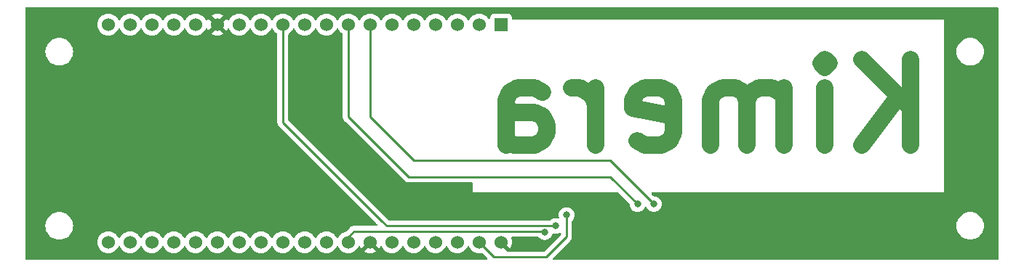
<source format=gbr>
%TF.GenerationSoftware,KiCad,Pcbnew,6.0.11+dfsg-1*%
%TF.CreationDate,2025-08-05T12:34:31+02:00*%
%TF.ProjectId,Kimera,4b696d65-7261-42e6-9b69-6361645f7063,rev?*%
%TF.SameCoordinates,Original*%
%TF.FileFunction,Copper,L2,Bot*%
%TF.FilePolarity,Positive*%
%FSLAX46Y46*%
G04 Gerber Fmt 4.6, Leading zero omitted, Abs format (unit mm)*
G04 Created by KiCad (PCBNEW 6.0.11+dfsg-1) date 2025-08-05 12:34:31*
%MOMM*%
%LPD*%
G01*
G04 APERTURE LIST*
%ADD10C,2.000000*%
%TA.AperFunction,NonConductor*%
%ADD11C,2.000000*%
%TD*%
%TA.AperFunction,ComponentPad*%
%ADD12R,1.530000X1.530000*%
%TD*%
%TA.AperFunction,ComponentPad*%
%ADD13C,1.530000*%
%TD*%
%TA.AperFunction,ViaPad*%
%ADD14C,0.800000*%
%TD*%
%TA.AperFunction,Conductor*%
%ADD15C,0.250000*%
%TD*%
G04 APERTURE END LIST*
D10*
D11*
X192481428Y-102948809D02*
X192481428Y-92948809D01*
X186767142Y-102948809D02*
X191052857Y-97234523D01*
X186767142Y-92948809D02*
X192481428Y-98663095D01*
X182481428Y-102948809D02*
X182481428Y-96282142D01*
X182481428Y-92948809D02*
X182957619Y-93425000D01*
X182481428Y-93901190D01*
X182005238Y-93425000D01*
X182481428Y-92948809D01*
X182481428Y-93901190D01*
X177719523Y-102948809D02*
X177719523Y-96282142D01*
X177719523Y-97234523D02*
X177243333Y-96758333D01*
X176290952Y-96282142D01*
X174862380Y-96282142D01*
X173910000Y-96758333D01*
X173433809Y-97710714D01*
X173433809Y-102948809D01*
X173433809Y-97710714D02*
X172957619Y-96758333D01*
X172005238Y-96282142D01*
X170576666Y-96282142D01*
X169624285Y-96758333D01*
X169148095Y-97710714D01*
X169148095Y-102948809D01*
X160576666Y-102472619D02*
X161529047Y-102948809D01*
X163433809Y-102948809D01*
X164386190Y-102472619D01*
X164862380Y-101520238D01*
X164862380Y-97710714D01*
X164386190Y-96758333D01*
X163433809Y-96282142D01*
X161529047Y-96282142D01*
X160576666Y-96758333D01*
X160100476Y-97710714D01*
X160100476Y-98663095D01*
X164862380Y-99615476D01*
X155814761Y-102948809D02*
X155814761Y-96282142D01*
X155814761Y-98186904D02*
X155338571Y-97234523D01*
X154862380Y-96758333D01*
X153910000Y-96282142D01*
X152957619Y-96282142D01*
X145338571Y-102948809D02*
X145338571Y-97710714D01*
X145814761Y-96758333D01*
X146767142Y-96282142D01*
X148671904Y-96282142D01*
X149624285Y-96758333D01*
X145338571Y-102472619D02*
X146290952Y-102948809D01*
X148671904Y-102948809D01*
X149624285Y-102472619D01*
X150100476Y-101520238D01*
X150100476Y-100567857D01*
X149624285Y-99615476D01*
X148671904Y-99139285D01*
X146290952Y-99139285D01*
X145338571Y-98663095D01*
D12*
%TO.P,U1,1,3V3*%
%TO.N,unconnected-(U1-Pad1)*%
X144770000Y-88900000D03*
D13*
%TO.P,U1,2,EN*%
%TO.N,unconnected-(U1-Pad2)*%
X142230000Y-88900000D03*
%TO.P,U1,3,SENSOR_VP*%
%TO.N,unconnected-(U1-Pad3)*%
X139690000Y-88900000D03*
%TO.P,U1,4,SENSOR_VN*%
%TO.N,unconnected-(U1-Pad4)*%
X137150000Y-88900000D03*
%TO.P,U1,5,IO34*%
%TO.N,unconnected-(U1-Pad5)*%
X134610000Y-88900000D03*
%TO.P,U1,6,IO35*%
%TO.N,unconnected-(U1-Pad6)*%
X132070000Y-88900000D03*
%TO.P,U1,7,IO32*%
%TO.N,Net-(U1-Pad7)*%
X129530000Y-88900000D03*
%TO.P,U1,8,IO33*%
%TO.N,Net-(U1-Pad8)*%
X126990000Y-88900000D03*
%TO.P,U1,9,IO25*%
%TO.N,unconnected-(U1-Pad9)*%
X124450000Y-88900000D03*
%TO.P,U1,10,IO26*%
%TO.N,unconnected-(U1-Pad10)*%
X121910000Y-88900000D03*
%TO.P,U1,11,IO27*%
%TO.N,Net-(U1-Pad11)*%
X119370000Y-88900000D03*
%TO.P,U1,12,IO14*%
%TO.N,Net-(U1-Pad12)*%
X116830000Y-88900000D03*
%TO.P,U1,13,IO12*%
%TO.N,unconnected-(U1-Pad13)*%
X114290000Y-88900000D03*
%TO.P,U1,14,GND1*%
%TO.N,GND*%
X111750000Y-88900000D03*
%TO.P,U1,15,IO13*%
%TO.N,Net-(U1-Pad15)*%
X109210000Y-88900000D03*
%TO.P,U1,16,SD2*%
%TO.N,unconnected-(U1-Pad16)*%
X106670000Y-88900000D03*
%TO.P,U1,17,SD3*%
%TO.N,unconnected-(U1-Pad17)*%
X104130000Y-88900000D03*
%TO.P,U1,18,CMD*%
%TO.N,unconnected-(U1-Pad18)*%
X101590000Y-88900000D03*
%TO.P,U1,19,EXT_5V*%
%TO.N,Net-(U1-Pad19)*%
X99050000Y-88900000D03*
%TO.P,U1,20,CLK*%
%TO.N,unconnected-(U1-Pad20)*%
X99050000Y-114300000D03*
%TO.P,U1,21,SD0*%
%TO.N,unconnected-(U1-Pad21)*%
X101590000Y-114300000D03*
%TO.P,U1,22,SD1*%
%TO.N,unconnected-(U1-Pad22)*%
X104130000Y-114300000D03*
%TO.P,U1,23,IO15*%
%TO.N,unconnected-(U1-Pad23)*%
X106670000Y-114300000D03*
%TO.P,U1,24,IO2*%
%TO.N,unconnected-(U1-Pad24)*%
X109210000Y-114300000D03*
%TO.P,U1,25,IO0*%
%TO.N,unconnected-(U1-Pad25)*%
X111750000Y-114300000D03*
%TO.P,U1,26,IO4*%
%TO.N,unconnected-(U1-Pad26)*%
X114290000Y-114300000D03*
%TO.P,U1,27,IO16*%
%TO.N,unconnected-(U1-Pad27)*%
X116830000Y-114300000D03*
%TO.P,U1,28,IO17*%
%TO.N,unconnected-(U1-Pad28)*%
X119370000Y-114300000D03*
%TO.P,U1,29,IO5*%
%TO.N,Net-(U1-Pad29)*%
X121910000Y-114300000D03*
%TO.P,U1,30,IO18*%
%TO.N,Net-(U1-Pad30)*%
X124450000Y-114300000D03*
%TO.P,U1,31,IO19*%
%TO.N,Net-(U1-Pad31)*%
X126990000Y-114300000D03*
%TO.P,U1,32,GND2*%
%TO.N,GND*%
X129530000Y-114300000D03*
%TO.P,U1,33,IO21*%
%TO.N,unconnected-(U1-Pad33)*%
X132070000Y-114300000D03*
%TO.P,U1,34,RXD0*%
%TO.N,unconnected-(U1-Pad34)*%
X134610000Y-114300000D03*
%TO.P,U1,35,TXD0*%
%TO.N,unconnected-(U1-Pad35)*%
X137150000Y-114300000D03*
%TO.P,U1,36,IO22*%
%TO.N,unconnected-(U1-Pad36)*%
X139690000Y-114300000D03*
%TO.P,U1,37,IO23*%
%TO.N,Net-(U1-Pad37)*%
X142230000Y-114300000D03*
%TO.P,U1,38,GND3*%
%TO.N,GND*%
X144770000Y-114300000D03*
%TD*%
D14*
%TO.N,Net-(U1-Pad7)*%
X162560000Y-109855000D03*
%TO.N,Net-(U1-Pad8)*%
X160655000Y-109855000D03*
%TO.N,Net-(U1-Pad37)*%
X152400000Y-111125000D03*
%TO.N,Net-(U1-Pad31)*%
X149860000Y-113119500D03*
%TO.N,Net-(U1-Pad11)*%
X151130000Y-112395000D03*
%TD*%
D15*
%TO.N,Net-(U1-Pad7)*%
X162560000Y-109855000D02*
X157480000Y-104775000D01*
X157480000Y-104775000D02*
X134620000Y-104775000D01*
X134620000Y-104775000D02*
X129530000Y-99685000D01*
X129530000Y-99685000D02*
X129530000Y-88900000D01*
%TO.N,Net-(U1-Pad8)*%
X126990000Y-88900000D02*
X126990000Y-99685000D01*
X126990000Y-99685000D02*
X133985000Y-106680000D01*
X133985000Y-106680000D02*
X157480000Y-106680000D01*
X157480000Y-106680000D02*
X160655000Y-109855000D01*
%TO.N,Net-(U1-Pad37)*%
X152400000Y-111125000D02*
X152400000Y-113666396D01*
X152400000Y-113666396D02*
X150046396Y-116020000D01*
X150046396Y-116020000D02*
X143950000Y-116020000D01*
X143950000Y-116020000D02*
X142230000Y-114300000D01*
%TO.N,Net-(U1-Pad31)*%
X149860000Y-113030000D02*
X149860000Y-113119500D01*
X127635000Y-113030000D02*
X149860000Y-113030000D01*
X126990000Y-114300000D02*
X126990000Y-113675000D01*
X126990000Y-113675000D02*
X127635000Y-113030000D01*
%TO.N,Net-(U1-Pad11)*%
X130810000Y-111760000D02*
X131445000Y-112395000D01*
X131445000Y-112395000D02*
X150495000Y-112395000D01*
X119370000Y-88900000D02*
X119370000Y-100320000D01*
X119370000Y-100320000D02*
X130810000Y-111760000D01*
X150495000Y-112395000D02*
X151130000Y-112395000D01*
%TD*%
%TA.AperFunction,Conductor*%
%TO.N,GND*%
G36*
X202633621Y-86888502D02*
G01*
X202680114Y-86942158D01*
X202691500Y-86994500D01*
X202691500Y-116205500D01*
X202671498Y-116273621D01*
X202617842Y-116320114D01*
X202565500Y-116331500D01*
X150934990Y-116331500D01*
X150866869Y-116311498D01*
X150820376Y-116257842D01*
X150810272Y-116187568D01*
X150839766Y-116122988D01*
X150845895Y-116116405D01*
X152792247Y-114170053D01*
X152800537Y-114162509D01*
X152807018Y-114158396D01*
X152853659Y-114108728D01*
X152856413Y-114105887D01*
X152876135Y-114086165D01*
X152878619Y-114082963D01*
X152886317Y-114073951D01*
X152911161Y-114047494D01*
X152916586Y-114041717D01*
X152926347Y-114023962D01*
X152937198Y-114007443D01*
X152949614Y-113991437D01*
X152967174Y-113950859D01*
X152972391Y-113940209D01*
X152993695Y-113901456D01*
X152998733Y-113881833D01*
X153005137Y-113863130D01*
X153010033Y-113851816D01*
X153010033Y-113851815D01*
X153013181Y-113844541D01*
X153014420Y-113836718D01*
X153014423Y-113836708D01*
X153020099Y-113800872D01*
X153022505Y-113789252D01*
X153031528Y-113754107D01*
X153031528Y-113754106D01*
X153033500Y-113746426D01*
X153033500Y-113726172D01*
X153035051Y-113706461D01*
X153036980Y-113694282D01*
X153038220Y-113686453D01*
X153034059Y-113642434D01*
X153033500Y-113630577D01*
X153033500Y-112395000D01*
X197776526Y-112395000D01*
X197796391Y-112647403D01*
X197855495Y-112893591D01*
X197857388Y-112898162D01*
X197857389Y-112898164D01*
X197939877Y-113097307D01*
X197952384Y-113127502D01*
X198084672Y-113343376D01*
X198249102Y-113535898D01*
X198441624Y-113700328D01*
X198657498Y-113832616D01*
X198662068Y-113834509D01*
X198662072Y-113834511D01*
X198886836Y-113927611D01*
X198891409Y-113929505D01*
X198935949Y-113940198D01*
X199132784Y-113987454D01*
X199132790Y-113987455D01*
X199137597Y-113988609D01*
X199229715Y-113995859D01*
X199324345Y-114003307D01*
X199324352Y-114003307D01*
X199326801Y-114003500D01*
X199453199Y-114003500D01*
X199455648Y-114003307D01*
X199455655Y-114003307D01*
X199550285Y-113995859D01*
X199642403Y-113988609D01*
X199647210Y-113987455D01*
X199647216Y-113987454D01*
X199844051Y-113940198D01*
X199888591Y-113929505D01*
X199893164Y-113927611D01*
X200117928Y-113834511D01*
X200117932Y-113834509D01*
X200122502Y-113832616D01*
X200338376Y-113700328D01*
X200530898Y-113535898D01*
X200695328Y-113343376D01*
X200827616Y-113127502D01*
X200840124Y-113097307D01*
X200922611Y-112898164D01*
X200922612Y-112898162D01*
X200924505Y-112893591D01*
X200983609Y-112647403D01*
X201003474Y-112395000D01*
X200983609Y-112142597D01*
X200924505Y-111896409D01*
X200868624Y-111761500D01*
X200829511Y-111667072D01*
X200829509Y-111667068D01*
X200827616Y-111662498D01*
X200695328Y-111446624D01*
X200530898Y-111254102D01*
X200338376Y-111089672D01*
X200122502Y-110957384D01*
X200117932Y-110955491D01*
X200117928Y-110955489D01*
X199893164Y-110862389D01*
X199893162Y-110862388D01*
X199888591Y-110860495D01*
X199803968Y-110840179D01*
X199647216Y-110802546D01*
X199647210Y-110802545D01*
X199642403Y-110801391D01*
X199542584Y-110793535D01*
X199455655Y-110786693D01*
X199455648Y-110786693D01*
X199453199Y-110786500D01*
X199326801Y-110786500D01*
X199324352Y-110786693D01*
X199324345Y-110786693D01*
X199237416Y-110793535D01*
X199137597Y-110801391D01*
X199132790Y-110802545D01*
X199132784Y-110802546D01*
X198976032Y-110840179D01*
X198891409Y-110860495D01*
X198886838Y-110862388D01*
X198886836Y-110862389D01*
X198662072Y-110955489D01*
X198662068Y-110955491D01*
X198657498Y-110957384D01*
X198441624Y-111089672D01*
X198249102Y-111254102D01*
X198084672Y-111446624D01*
X197952384Y-111662498D01*
X197950491Y-111667068D01*
X197950489Y-111667072D01*
X197911376Y-111761500D01*
X197855495Y-111896409D01*
X197796391Y-112142597D01*
X197776526Y-112395000D01*
X153033500Y-112395000D01*
X153033500Y-111827524D01*
X153053502Y-111759403D01*
X153065858Y-111743221D01*
X153139040Y-111661944D01*
X153234527Y-111496556D01*
X153293542Y-111314928D01*
X153313504Y-111125000D01*
X153293542Y-110935072D01*
X153234527Y-110753444D01*
X153139040Y-110588056D01*
X153093744Y-110537749D01*
X153015675Y-110451045D01*
X153015674Y-110451044D01*
X153011253Y-110446134D01*
X152856752Y-110333882D01*
X152850724Y-110331198D01*
X152850722Y-110331197D01*
X152688319Y-110258891D01*
X152688318Y-110258891D01*
X152682288Y-110256206D01*
X152569721Y-110232279D01*
X152501944Y-110217872D01*
X152501939Y-110217872D01*
X152495487Y-110216500D01*
X152304513Y-110216500D01*
X152298061Y-110217872D01*
X152298056Y-110217872D01*
X152230279Y-110232279D01*
X152117712Y-110256206D01*
X152111682Y-110258891D01*
X152111681Y-110258891D01*
X151949278Y-110331197D01*
X151949276Y-110331198D01*
X151943248Y-110333882D01*
X151788747Y-110446134D01*
X151784326Y-110451044D01*
X151784325Y-110451045D01*
X151706257Y-110537749D01*
X151660960Y-110588056D01*
X151565473Y-110753444D01*
X151506458Y-110935072D01*
X151486496Y-111125000D01*
X151506458Y-111314928D01*
X151508498Y-111321206D01*
X151519746Y-111355824D01*
X151521774Y-111426791D01*
X151485111Y-111487589D01*
X151421399Y-111518915D01*
X151373716Y-111518007D01*
X151231944Y-111487872D01*
X151231939Y-111487872D01*
X151225487Y-111486500D01*
X151034513Y-111486500D01*
X151028061Y-111487872D01*
X151028056Y-111487872D01*
X150960279Y-111502279D01*
X150847712Y-111526206D01*
X150841682Y-111528891D01*
X150841681Y-111528891D01*
X150679278Y-111601197D01*
X150679276Y-111601198D01*
X150673248Y-111603882D01*
X150518747Y-111716134D01*
X150514332Y-111721037D01*
X150509420Y-111725460D01*
X150508295Y-111724211D01*
X150454986Y-111757051D01*
X150421800Y-111761500D01*
X131759595Y-111761500D01*
X131691474Y-111741498D01*
X131670499Y-111724595D01*
X131464820Y-111518915D01*
X131229770Y-111283865D01*
X131229756Y-111283852D01*
X120040405Y-100094500D01*
X120006379Y-100032188D01*
X120003500Y-100005405D01*
X120003500Y-90076667D01*
X120023502Y-90008546D01*
X120057228Y-89973455D01*
X120191717Y-89879284D01*
X120349284Y-89721717D01*
X120477097Y-89539182D01*
X120479420Y-89534200D01*
X120479423Y-89534195D01*
X120525805Y-89434727D01*
X120572722Y-89381442D01*
X120640999Y-89361981D01*
X120708959Y-89382523D01*
X120754195Y-89434727D01*
X120800577Y-89534195D01*
X120800580Y-89534200D01*
X120802903Y-89539182D01*
X120930716Y-89721717D01*
X121088283Y-89879284D01*
X121270817Y-90007097D01*
X121275799Y-90009420D01*
X121275804Y-90009423D01*
X121420011Y-90076667D01*
X121472773Y-90101270D01*
X121478081Y-90102692D01*
X121478083Y-90102693D01*
X121544465Y-90120480D01*
X121688014Y-90158944D01*
X121910000Y-90178365D01*
X122131986Y-90158944D01*
X122275535Y-90120480D01*
X122341917Y-90102693D01*
X122341919Y-90102692D01*
X122347227Y-90101270D01*
X122399989Y-90076667D01*
X122544196Y-90009423D01*
X122544201Y-90009420D01*
X122549183Y-90007097D01*
X122731717Y-89879284D01*
X122889284Y-89721717D01*
X123017097Y-89539182D01*
X123019420Y-89534200D01*
X123019423Y-89534195D01*
X123065805Y-89434727D01*
X123112722Y-89381442D01*
X123180999Y-89361981D01*
X123248959Y-89382523D01*
X123294195Y-89434727D01*
X123340577Y-89534195D01*
X123340580Y-89534200D01*
X123342903Y-89539182D01*
X123470716Y-89721717D01*
X123628283Y-89879284D01*
X123810817Y-90007097D01*
X123815799Y-90009420D01*
X123815804Y-90009423D01*
X123960011Y-90076667D01*
X124012773Y-90101270D01*
X124018081Y-90102692D01*
X124018083Y-90102693D01*
X124084465Y-90120480D01*
X124228014Y-90158944D01*
X124450000Y-90178365D01*
X124671986Y-90158944D01*
X124815535Y-90120480D01*
X124881917Y-90102693D01*
X124881919Y-90102692D01*
X124887227Y-90101270D01*
X124939989Y-90076667D01*
X125084196Y-90009423D01*
X125084201Y-90009420D01*
X125089183Y-90007097D01*
X125271717Y-89879284D01*
X125429284Y-89721717D01*
X125557097Y-89539182D01*
X125559420Y-89534200D01*
X125559423Y-89534195D01*
X125605805Y-89434727D01*
X125652722Y-89381442D01*
X125720999Y-89361981D01*
X125788959Y-89382523D01*
X125834195Y-89434727D01*
X125880577Y-89534195D01*
X125880580Y-89534200D01*
X125882903Y-89539182D01*
X126010716Y-89721717D01*
X126168283Y-89879284D01*
X126302772Y-89973455D01*
X126347099Y-90028911D01*
X126356500Y-90076667D01*
X126356500Y-99606233D01*
X126355973Y-99617416D01*
X126354298Y-99624909D01*
X126354547Y-99632835D01*
X126354547Y-99632836D01*
X126356438Y-99692986D01*
X126356500Y-99696945D01*
X126356500Y-99724856D01*
X126356997Y-99728790D01*
X126356997Y-99728791D01*
X126357005Y-99728856D01*
X126357938Y-99740693D01*
X126359327Y-99784889D01*
X126364978Y-99804339D01*
X126368987Y-99823700D01*
X126371526Y-99843797D01*
X126374445Y-99851168D01*
X126374445Y-99851170D01*
X126387804Y-99884912D01*
X126391649Y-99896142D01*
X126403982Y-99938593D01*
X126408015Y-99945412D01*
X126408017Y-99945417D01*
X126414293Y-99956028D01*
X126422988Y-99973776D01*
X126430448Y-99992617D01*
X126435110Y-99999033D01*
X126435110Y-99999034D01*
X126456436Y-100028387D01*
X126462952Y-100038307D01*
X126485458Y-100076362D01*
X126499779Y-100090683D01*
X126512619Y-100105716D01*
X126524528Y-100122107D01*
X126530634Y-100127158D01*
X126558605Y-100150298D01*
X126567384Y-100158288D01*
X133481348Y-107072253D01*
X133488888Y-107080539D01*
X133493000Y-107087018D01*
X133498777Y-107092443D01*
X133542651Y-107133643D01*
X133545493Y-107136398D01*
X133565230Y-107156135D01*
X133568427Y-107158615D01*
X133577447Y-107166318D01*
X133609679Y-107196586D01*
X133616625Y-107200405D01*
X133616628Y-107200407D01*
X133627434Y-107206348D01*
X133643953Y-107217199D01*
X133659959Y-107229614D01*
X133667228Y-107232759D01*
X133667232Y-107232762D01*
X133700537Y-107247174D01*
X133711187Y-107252391D01*
X133749940Y-107273695D01*
X133757615Y-107275666D01*
X133757616Y-107275666D01*
X133769562Y-107278733D01*
X133788267Y-107285137D01*
X133806855Y-107293181D01*
X133814678Y-107294420D01*
X133814688Y-107294423D01*
X133850524Y-107300099D01*
X133862144Y-107302505D01*
X133897289Y-107311528D01*
X133904970Y-107313500D01*
X133925224Y-107313500D01*
X133944934Y-107315051D01*
X133964943Y-107318220D01*
X133972835Y-107317474D01*
X134008961Y-107314059D01*
X134020819Y-107313500D01*
X141323119Y-107313500D01*
X141391240Y-107333502D01*
X141437733Y-107387158D01*
X141449119Y-107439500D01*
X141449119Y-108483500D01*
X158335406Y-108483500D01*
X158403527Y-108503502D01*
X158424501Y-108520405D01*
X159707878Y-109803783D01*
X159741904Y-109866095D01*
X159744093Y-109879706D01*
X159761458Y-110044928D01*
X159820473Y-110226556D01*
X159915960Y-110391944D01*
X159920378Y-110396851D01*
X159920379Y-110396852D01*
X159964753Y-110446134D01*
X160043747Y-110533866D01*
X160198248Y-110646118D01*
X160204276Y-110648802D01*
X160204278Y-110648803D01*
X160366681Y-110721109D01*
X160372712Y-110723794D01*
X160466112Y-110743647D01*
X160553056Y-110762128D01*
X160553061Y-110762128D01*
X160559513Y-110763500D01*
X160750487Y-110763500D01*
X160756939Y-110762128D01*
X160756944Y-110762128D01*
X160843888Y-110743647D01*
X160937288Y-110723794D01*
X160943319Y-110721109D01*
X161105722Y-110648803D01*
X161105724Y-110648802D01*
X161111752Y-110646118D01*
X161266253Y-110533866D01*
X161345247Y-110446134D01*
X161389621Y-110396852D01*
X161389622Y-110396851D01*
X161394040Y-110391944D01*
X161441784Y-110309250D01*
X161486226Y-110232274D01*
X161486227Y-110232272D01*
X161489527Y-110226556D01*
X161491567Y-110220277D01*
X161492394Y-110218420D01*
X161538374Y-110164325D01*
X161606301Y-110143676D01*
X161674609Y-110163029D01*
X161722606Y-110218420D01*
X161723433Y-110220277D01*
X161725473Y-110226556D01*
X161728773Y-110232272D01*
X161728774Y-110232274D01*
X161773216Y-110309250D01*
X161820960Y-110391944D01*
X161825378Y-110396851D01*
X161825379Y-110396852D01*
X161869753Y-110446134D01*
X161948747Y-110533866D01*
X162103248Y-110646118D01*
X162109276Y-110648802D01*
X162109278Y-110648803D01*
X162271681Y-110721109D01*
X162277712Y-110723794D01*
X162371112Y-110743647D01*
X162458056Y-110762128D01*
X162458061Y-110762128D01*
X162464513Y-110763500D01*
X162655487Y-110763500D01*
X162661939Y-110762128D01*
X162661944Y-110762128D01*
X162748888Y-110743647D01*
X162842288Y-110723794D01*
X162848319Y-110721109D01*
X163010722Y-110648803D01*
X163010724Y-110648802D01*
X163016752Y-110646118D01*
X163171253Y-110533866D01*
X163250247Y-110446134D01*
X163294621Y-110396852D01*
X163294622Y-110396851D01*
X163299040Y-110391944D01*
X163394527Y-110226556D01*
X163453542Y-110044928D01*
X163473504Y-109855000D01*
X163453542Y-109665072D01*
X163394527Y-109483444D01*
X163299040Y-109318056D01*
X163171253Y-109176134D01*
X163016752Y-109063882D01*
X163010724Y-109061198D01*
X163010722Y-109061197D01*
X162848319Y-108988891D01*
X162848318Y-108988891D01*
X162842288Y-108986206D01*
X162748887Y-108966353D01*
X162661944Y-108947872D01*
X162661939Y-108947872D01*
X162655487Y-108946500D01*
X162599594Y-108946500D01*
X162531473Y-108926498D01*
X162510499Y-108909595D01*
X162299499Y-108698595D01*
X162265473Y-108636283D01*
X162270538Y-108565468D01*
X162313085Y-108508632D01*
X162379605Y-108483821D01*
X162388594Y-108483500D01*
X196370881Y-108483500D01*
X196370881Y-92075000D01*
X197776526Y-92075000D01*
X197796391Y-92327403D01*
X197855495Y-92573591D01*
X197952384Y-92807502D01*
X198084672Y-93023376D01*
X198249102Y-93215898D01*
X198441624Y-93380328D01*
X198657498Y-93512616D01*
X198662068Y-93514509D01*
X198662072Y-93514511D01*
X198886836Y-93607611D01*
X198891409Y-93609505D01*
X198976032Y-93629821D01*
X199132784Y-93667454D01*
X199132790Y-93667455D01*
X199137597Y-93668609D01*
X199237416Y-93676465D01*
X199324345Y-93683307D01*
X199324352Y-93683307D01*
X199326801Y-93683500D01*
X199453199Y-93683500D01*
X199455648Y-93683307D01*
X199455655Y-93683307D01*
X199542584Y-93676465D01*
X199642403Y-93668609D01*
X199647210Y-93667455D01*
X199647216Y-93667454D01*
X199803968Y-93629821D01*
X199888591Y-93609505D01*
X199893164Y-93607611D01*
X200117928Y-93514511D01*
X200117932Y-93514509D01*
X200122502Y-93512616D01*
X200338376Y-93380328D01*
X200530898Y-93215898D01*
X200695328Y-93023376D01*
X200827616Y-92807502D01*
X200924505Y-92573591D01*
X200983609Y-92327403D01*
X201003474Y-92075000D01*
X200983609Y-91822597D01*
X200924505Y-91576409D01*
X200827616Y-91342498D01*
X200695328Y-91126624D01*
X200530898Y-90934102D01*
X200338376Y-90769672D01*
X200122502Y-90637384D01*
X200117932Y-90635491D01*
X200117928Y-90635489D01*
X199893164Y-90542389D01*
X199893162Y-90542388D01*
X199888591Y-90540495D01*
X199803968Y-90520179D01*
X199647216Y-90482546D01*
X199647210Y-90482545D01*
X199642403Y-90481391D01*
X199542584Y-90473535D01*
X199455655Y-90466693D01*
X199455648Y-90466693D01*
X199453199Y-90466500D01*
X199326801Y-90466500D01*
X199324352Y-90466693D01*
X199324345Y-90466693D01*
X199237416Y-90473535D01*
X199137597Y-90481391D01*
X199132790Y-90482545D01*
X199132784Y-90482546D01*
X198976032Y-90520179D01*
X198891409Y-90540495D01*
X198886838Y-90542388D01*
X198886836Y-90542389D01*
X198662072Y-90635489D01*
X198662068Y-90635491D01*
X198657498Y-90637384D01*
X198441624Y-90769672D01*
X198249102Y-90934102D01*
X198084672Y-91126624D01*
X197952384Y-91342498D01*
X197855495Y-91576409D01*
X197796391Y-91822597D01*
X197776526Y-92075000D01*
X196370881Y-92075000D01*
X196370881Y-88366500D01*
X146169500Y-88366500D01*
X146101379Y-88346498D01*
X146054886Y-88292842D01*
X146043500Y-88240500D01*
X146043500Y-88086866D01*
X146036745Y-88024684D01*
X145985615Y-87888295D01*
X145898261Y-87771739D01*
X145781705Y-87684385D01*
X145645316Y-87633255D01*
X145583134Y-87626500D01*
X143956866Y-87626500D01*
X143894684Y-87633255D01*
X143758295Y-87684385D01*
X143641739Y-87771739D01*
X143554385Y-87888295D01*
X143503255Y-88024684D01*
X143496500Y-88086866D01*
X143496500Y-88090282D01*
X143496316Y-88093680D01*
X143495101Y-88093614D01*
X143476498Y-88156969D01*
X143422842Y-88203462D01*
X143352568Y-88213566D01*
X143287988Y-88184072D01*
X143267287Y-88161119D01*
X143212443Y-88082794D01*
X143212441Y-88082791D01*
X143209284Y-88078283D01*
X143051717Y-87920716D01*
X143017424Y-87896703D01*
X142935113Y-87839068D01*
X142869183Y-87792903D01*
X142864201Y-87790580D01*
X142864196Y-87790577D01*
X142672209Y-87701053D01*
X142672208Y-87701053D01*
X142667227Y-87698730D01*
X142661919Y-87697308D01*
X142661917Y-87697307D01*
X142595536Y-87679520D01*
X142451986Y-87641056D01*
X142230000Y-87621635D01*
X142008014Y-87641056D01*
X141864464Y-87679520D01*
X141798083Y-87697307D01*
X141798081Y-87697308D01*
X141792773Y-87698730D01*
X141787792Y-87701052D01*
X141787791Y-87701053D01*
X141595805Y-87790577D01*
X141595800Y-87790580D01*
X141590818Y-87792903D01*
X141408283Y-87920716D01*
X141250716Y-88078283D01*
X141247559Y-88082791D01*
X141247557Y-88082794D01*
X141244706Y-88086866D01*
X141122903Y-88260818D01*
X141120580Y-88265800D01*
X141120577Y-88265805D01*
X141074195Y-88365273D01*
X141027278Y-88418558D01*
X140959001Y-88438019D01*
X140891041Y-88417477D01*
X140845805Y-88365273D01*
X140799423Y-88265805D01*
X140799420Y-88265800D01*
X140797097Y-88260818D01*
X140675294Y-88086866D01*
X140672443Y-88082794D01*
X140672441Y-88082791D01*
X140669284Y-88078283D01*
X140511717Y-87920716D01*
X140477424Y-87896703D01*
X140395113Y-87839068D01*
X140329183Y-87792903D01*
X140324201Y-87790580D01*
X140324196Y-87790577D01*
X140132209Y-87701053D01*
X140132208Y-87701053D01*
X140127227Y-87698730D01*
X140121919Y-87697308D01*
X140121917Y-87697307D01*
X140055536Y-87679520D01*
X139911986Y-87641056D01*
X139690000Y-87621635D01*
X139468014Y-87641056D01*
X139324464Y-87679520D01*
X139258083Y-87697307D01*
X139258081Y-87697308D01*
X139252773Y-87698730D01*
X139247792Y-87701052D01*
X139247791Y-87701053D01*
X139055805Y-87790577D01*
X139055800Y-87790580D01*
X139050818Y-87792903D01*
X138868283Y-87920716D01*
X138710716Y-88078283D01*
X138707559Y-88082791D01*
X138707557Y-88082794D01*
X138704706Y-88086866D01*
X138582903Y-88260818D01*
X138580580Y-88265800D01*
X138580577Y-88265805D01*
X138534195Y-88365273D01*
X138487278Y-88418558D01*
X138419001Y-88438019D01*
X138351041Y-88417477D01*
X138305805Y-88365273D01*
X138259423Y-88265805D01*
X138259420Y-88265800D01*
X138257097Y-88260818D01*
X138135294Y-88086866D01*
X138132443Y-88082794D01*
X138132441Y-88082791D01*
X138129284Y-88078283D01*
X137971717Y-87920716D01*
X137937424Y-87896703D01*
X137855113Y-87839068D01*
X137789183Y-87792903D01*
X137784201Y-87790580D01*
X137784196Y-87790577D01*
X137592209Y-87701053D01*
X137592208Y-87701053D01*
X137587227Y-87698730D01*
X137581919Y-87697308D01*
X137581917Y-87697307D01*
X137515536Y-87679520D01*
X137371986Y-87641056D01*
X137150000Y-87621635D01*
X136928014Y-87641056D01*
X136784464Y-87679520D01*
X136718083Y-87697307D01*
X136718081Y-87697308D01*
X136712773Y-87698730D01*
X136707792Y-87701052D01*
X136707791Y-87701053D01*
X136515805Y-87790577D01*
X136515800Y-87790580D01*
X136510818Y-87792903D01*
X136328283Y-87920716D01*
X136170716Y-88078283D01*
X136167559Y-88082791D01*
X136167557Y-88082794D01*
X136164706Y-88086866D01*
X136042903Y-88260818D01*
X136040580Y-88265800D01*
X136040577Y-88265805D01*
X135994195Y-88365273D01*
X135947278Y-88418558D01*
X135879001Y-88438019D01*
X135811041Y-88417477D01*
X135765805Y-88365273D01*
X135719423Y-88265805D01*
X135719420Y-88265800D01*
X135717097Y-88260818D01*
X135595294Y-88086866D01*
X135592443Y-88082794D01*
X135592441Y-88082791D01*
X135589284Y-88078283D01*
X135431717Y-87920716D01*
X135397424Y-87896703D01*
X135315113Y-87839068D01*
X135249183Y-87792903D01*
X135244201Y-87790580D01*
X135244196Y-87790577D01*
X135052209Y-87701053D01*
X135052208Y-87701053D01*
X135047227Y-87698730D01*
X135041919Y-87697308D01*
X135041917Y-87697307D01*
X134975536Y-87679520D01*
X134831986Y-87641056D01*
X134610000Y-87621635D01*
X134388014Y-87641056D01*
X134244464Y-87679520D01*
X134178083Y-87697307D01*
X134178081Y-87697308D01*
X134172773Y-87698730D01*
X134167792Y-87701052D01*
X134167791Y-87701053D01*
X133975805Y-87790577D01*
X133975800Y-87790580D01*
X133970818Y-87792903D01*
X133788283Y-87920716D01*
X133630716Y-88078283D01*
X133627559Y-88082791D01*
X133627557Y-88082794D01*
X133624706Y-88086866D01*
X133502903Y-88260818D01*
X133500580Y-88265800D01*
X133500577Y-88265805D01*
X133454195Y-88365273D01*
X133407278Y-88418558D01*
X133339001Y-88438019D01*
X133271041Y-88417477D01*
X133225805Y-88365273D01*
X133179423Y-88265805D01*
X133179420Y-88265800D01*
X133177097Y-88260818D01*
X133055294Y-88086866D01*
X133052443Y-88082794D01*
X133052441Y-88082791D01*
X133049284Y-88078283D01*
X132891717Y-87920716D01*
X132857424Y-87896703D01*
X132775113Y-87839068D01*
X132709183Y-87792903D01*
X132704201Y-87790580D01*
X132704196Y-87790577D01*
X132512209Y-87701053D01*
X132512208Y-87701053D01*
X132507227Y-87698730D01*
X132501919Y-87697308D01*
X132501917Y-87697307D01*
X132435536Y-87679520D01*
X132291986Y-87641056D01*
X132070000Y-87621635D01*
X131848014Y-87641056D01*
X131704464Y-87679520D01*
X131638083Y-87697307D01*
X131638081Y-87697308D01*
X131632773Y-87698730D01*
X131627792Y-87701052D01*
X131627791Y-87701053D01*
X131435805Y-87790577D01*
X131435800Y-87790580D01*
X131430818Y-87792903D01*
X131248283Y-87920716D01*
X131090716Y-88078283D01*
X131087559Y-88082791D01*
X131087557Y-88082794D01*
X131084706Y-88086866D01*
X130962903Y-88260818D01*
X130960580Y-88265800D01*
X130960577Y-88265805D01*
X130914195Y-88365273D01*
X130867278Y-88418558D01*
X130799001Y-88438019D01*
X130731041Y-88417477D01*
X130685805Y-88365273D01*
X130639423Y-88265805D01*
X130639420Y-88265800D01*
X130637097Y-88260818D01*
X130515294Y-88086866D01*
X130512443Y-88082794D01*
X130512441Y-88082791D01*
X130509284Y-88078283D01*
X130351717Y-87920716D01*
X130317424Y-87896703D01*
X130235113Y-87839068D01*
X130169183Y-87792903D01*
X130164201Y-87790580D01*
X130164196Y-87790577D01*
X129972209Y-87701053D01*
X129972208Y-87701053D01*
X129967227Y-87698730D01*
X129961919Y-87697308D01*
X129961917Y-87697307D01*
X129895536Y-87679520D01*
X129751986Y-87641056D01*
X129530000Y-87621635D01*
X129308014Y-87641056D01*
X129164464Y-87679520D01*
X129098083Y-87697307D01*
X129098081Y-87697308D01*
X129092773Y-87698730D01*
X129087792Y-87701052D01*
X129087791Y-87701053D01*
X128895805Y-87790577D01*
X128895800Y-87790580D01*
X128890818Y-87792903D01*
X128708283Y-87920716D01*
X128550716Y-88078283D01*
X128547559Y-88082791D01*
X128547557Y-88082794D01*
X128544706Y-88086866D01*
X128422903Y-88260818D01*
X128420580Y-88265800D01*
X128420577Y-88265805D01*
X128374195Y-88365273D01*
X128327278Y-88418558D01*
X128259001Y-88438019D01*
X128191041Y-88417477D01*
X128145805Y-88365273D01*
X128099423Y-88265805D01*
X128099420Y-88265800D01*
X128097097Y-88260818D01*
X127975294Y-88086866D01*
X127972443Y-88082794D01*
X127972441Y-88082791D01*
X127969284Y-88078283D01*
X127811717Y-87920716D01*
X127777424Y-87896703D01*
X127695113Y-87839068D01*
X127629183Y-87792903D01*
X127624201Y-87790580D01*
X127624196Y-87790577D01*
X127432209Y-87701053D01*
X127432208Y-87701053D01*
X127427227Y-87698730D01*
X127421919Y-87697308D01*
X127421917Y-87697307D01*
X127355536Y-87679520D01*
X127211986Y-87641056D01*
X126990000Y-87621635D01*
X126768014Y-87641056D01*
X126624464Y-87679520D01*
X126558083Y-87697307D01*
X126558081Y-87697308D01*
X126552773Y-87698730D01*
X126547792Y-87701052D01*
X126547791Y-87701053D01*
X126355805Y-87790577D01*
X126355800Y-87790580D01*
X126350818Y-87792903D01*
X126168283Y-87920716D01*
X126010716Y-88078283D01*
X126007559Y-88082791D01*
X126007557Y-88082794D01*
X126004706Y-88086866D01*
X125882903Y-88260818D01*
X125880580Y-88265800D01*
X125880577Y-88265805D01*
X125834195Y-88365273D01*
X125787278Y-88418558D01*
X125719001Y-88438019D01*
X125651041Y-88417477D01*
X125605805Y-88365273D01*
X125559423Y-88265805D01*
X125559420Y-88265800D01*
X125557097Y-88260818D01*
X125435294Y-88086866D01*
X125432443Y-88082794D01*
X125432441Y-88082791D01*
X125429284Y-88078283D01*
X125271717Y-87920716D01*
X125237424Y-87896703D01*
X125155113Y-87839068D01*
X125089183Y-87792903D01*
X125084201Y-87790580D01*
X125084196Y-87790577D01*
X124892209Y-87701053D01*
X124892208Y-87701053D01*
X124887227Y-87698730D01*
X124881919Y-87697308D01*
X124881917Y-87697307D01*
X124815536Y-87679520D01*
X124671986Y-87641056D01*
X124450000Y-87621635D01*
X124228014Y-87641056D01*
X124084464Y-87679520D01*
X124018083Y-87697307D01*
X124018081Y-87697308D01*
X124012773Y-87698730D01*
X124007792Y-87701052D01*
X124007791Y-87701053D01*
X123815805Y-87790577D01*
X123815800Y-87790580D01*
X123810818Y-87792903D01*
X123628283Y-87920716D01*
X123470716Y-88078283D01*
X123467559Y-88082791D01*
X123467557Y-88082794D01*
X123464706Y-88086866D01*
X123342903Y-88260818D01*
X123340580Y-88265800D01*
X123340577Y-88265805D01*
X123294195Y-88365273D01*
X123247278Y-88418558D01*
X123179001Y-88438019D01*
X123111041Y-88417477D01*
X123065805Y-88365273D01*
X123019423Y-88265805D01*
X123019420Y-88265800D01*
X123017097Y-88260818D01*
X122895294Y-88086866D01*
X122892443Y-88082794D01*
X122892441Y-88082791D01*
X122889284Y-88078283D01*
X122731717Y-87920716D01*
X122697424Y-87896703D01*
X122615113Y-87839068D01*
X122549183Y-87792903D01*
X122544201Y-87790580D01*
X122544196Y-87790577D01*
X122352209Y-87701053D01*
X122352208Y-87701053D01*
X122347227Y-87698730D01*
X122341919Y-87697308D01*
X122341917Y-87697307D01*
X122275536Y-87679520D01*
X122131986Y-87641056D01*
X121910000Y-87621635D01*
X121688014Y-87641056D01*
X121544464Y-87679520D01*
X121478083Y-87697307D01*
X121478081Y-87697308D01*
X121472773Y-87698730D01*
X121467792Y-87701052D01*
X121467791Y-87701053D01*
X121275805Y-87790577D01*
X121275800Y-87790580D01*
X121270818Y-87792903D01*
X121088283Y-87920716D01*
X120930716Y-88078283D01*
X120927559Y-88082791D01*
X120927557Y-88082794D01*
X120924706Y-88086866D01*
X120802903Y-88260818D01*
X120800580Y-88265800D01*
X120800577Y-88265805D01*
X120754195Y-88365273D01*
X120707278Y-88418558D01*
X120639001Y-88438019D01*
X120571041Y-88417477D01*
X120525805Y-88365273D01*
X120479423Y-88265805D01*
X120479420Y-88265800D01*
X120477097Y-88260818D01*
X120355294Y-88086866D01*
X120352443Y-88082794D01*
X120352441Y-88082791D01*
X120349284Y-88078283D01*
X120191717Y-87920716D01*
X120157424Y-87896703D01*
X120075113Y-87839068D01*
X120009183Y-87792903D01*
X120004201Y-87790580D01*
X120004196Y-87790577D01*
X119812209Y-87701053D01*
X119812208Y-87701053D01*
X119807227Y-87698730D01*
X119801919Y-87697308D01*
X119801917Y-87697307D01*
X119735536Y-87679520D01*
X119591986Y-87641056D01*
X119370000Y-87621635D01*
X119148014Y-87641056D01*
X119004464Y-87679520D01*
X118938083Y-87697307D01*
X118938081Y-87697308D01*
X118932773Y-87698730D01*
X118927792Y-87701052D01*
X118927791Y-87701053D01*
X118735805Y-87790577D01*
X118735800Y-87790580D01*
X118730818Y-87792903D01*
X118548283Y-87920716D01*
X118390716Y-88078283D01*
X118387559Y-88082791D01*
X118387557Y-88082794D01*
X118384706Y-88086866D01*
X118262903Y-88260818D01*
X118260580Y-88265800D01*
X118260577Y-88265805D01*
X118214195Y-88365273D01*
X118167278Y-88418558D01*
X118099001Y-88438019D01*
X118031041Y-88417477D01*
X117985805Y-88365273D01*
X117939423Y-88265805D01*
X117939420Y-88265800D01*
X117937097Y-88260818D01*
X117815294Y-88086866D01*
X117812443Y-88082794D01*
X117812441Y-88082791D01*
X117809284Y-88078283D01*
X117651717Y-87920716D01*
X117617424Y-87896703D01*
X117535113Y-87839068D01*
X117469183Y-87792903D01*
X117464201Y-87790580D01*
X117464196Y-87790577D01*
X117272209Y-87701053D01*
X117272208Y-87701053D01*
X117267227Y-87698730D01*
X117261919Y-87697308D01*
X117261917Y-87697307D01*
X117195536Y-87679520D01*
X117051986Y-87641056D01*
X116830000Y-87621635D01*
X116608014Y-87641056D01*
X116464464Y-87679520D01*
X116398083Y-87697307D01*
X116398081Y-87697308D01*
X116392773Y-87698730D01*
X116387792Y-87701052D01*
X116387791Y-87701053D01*
X116195805Y-87790577D01*
X116195800Y-87790580D01*
X116190818Y-87792903D01*
X116008283Y-87920716D01*
X115850716Y-88078283D01*
X115847559Y-88082791D01*
X115847557Y-88082794D01*
X115844706Y-88086866D01*
X115722903Y-88260818D01*
X115720580Y-88265800D01*
X115720577Y-88265805D01*
X115674195Y-88365273D01*
X115627278Y-88418558D01*
X115559001Y-88438019D01*
X115491041Y-88417477D01*
X115445805Y-88365273D01*
X115399423Y-88265805D01*
X115399420Y-88265800D01*
X115397097Y-88260818D01*
X115275294Y-88086866D01*
X115272443Y-88082794D01*
X115272441Y-88082791D01*
X115269284Y-88078283D01*
X115111717Y-87920716D01*
X115077424Y-87896703D01*
X114995113Y-87839068D01*
X114929183Y-87792903D01*
X114924201Y-87790580D01*
X114924196Y-87790577D01*
X114732209Y-87701053D01*
X114732208Y-87701053D01*
X114727227Y-87698730D01*
X114721919Y-87697308D01*
X114721917Y-87697307D01*
X114655536Y-87679520D01*
X114511986Y-87641056D01*
X114290000Y-87621635D01*
X114068014Y-87641056D01*
X113924464Y-87679520D01*
X113858083Y-87697307D01*
X113858081Y-87697308D01*
X113852773Y-87698730D01*
X113847792Y-87701052D01*
X113847791Y-87701053D01*
X113655805Y-87790577D01*
X113655800Y-87790580D01*
X113650818Y-87792903D01*
X113468283Y-87920716D01*
X113310716Y-88078283D01*
X113307559Y-88082791D01*
X113307557Y-88082794D01*
X113304706Y-88086866D01*
X113182903Y-88260818D01*
X113180580Y-88265800D01*
X113180577Y-88265805D01*
X113133919Y-88365865D01*
X113087002Y-88419150D01*
X113018725Y-88438611D01*
X112950765Y-88418069D01*
X112905529Y-88365865D01*
X112858988Y-88266056D01*
X112853505Y-88256561D01*
X112822360Y-88212081D01*
X112811883Y-88203706D01*
X112798436Y-88210774D01*
X112122022Y-88887188D01*
X112114408Y-88901132D01*
X112114539Y-88902965D01*
X112118790Y-88909580D01*
X112799157Y-89589947D01*
X112810932Y-89596377D01*
X112822947Y-89587081D01*
X112853505Y-89543439D01*
X112858988Y-89533944D01*
X112905529Y-89434135D01*
X112952446Y-89380850D01*
X113020723Y-89361389D01*
X113088683Y-89381931D01*
X113133919Y-89434135D01*
X113180577Y-89534195D01*
X113180580Y-89534200D01*
X113182903Y-89539182D01*
X113310716Y-89721717D01*
X113468283Y-89879284D01*
X113650817Y-90007097D01*
X113655799Y-90009420D01*
X113655804Y-90009423D01*
X113800011Y-90076667D01*
X113852773Y-90101270D01*
X113858081Y-90102692D01*
X113858083Y-90102693D01*
X113924465Y-90120480D01*
X114068014Y-90158944D01*
X114290000Y-90178365D01*
X114511986Y-90158944D01*
X114655535Y-90120480D01*
X114721917Y-90102693D01*
X114721919Y-90102692D01*
X114727227Y-90101270D01*
X114779989Y-90076667D01*
X114924196Y-90009423D01*
X114924201Y-90009420D01*
X114929183Y-90007097D01*
X115111717Y-89879284D01*
X115269284Y-89721717D01*
X115397097Y-89539182D01*
X115399420Y-89534200D01*
X115399423Y-89534195D01*
X115445805Y-89434727D01*
X115492722Y-89381442D01*
X115560999Y-89361981D01*
X115628959Y-89382523D01*
X115674195Y-89434727D01*
X115720577Y-89534195D01*
X115720580Y-89534200D01*
X115722903Y-89539182D01*
X115850716Y-89721717D01*
X116008283Y-89879284D01*
X116190817Y-90007097D01*
X116195799Y-90009420D01*
X116195804Y-90009423D01*
X116340011Y-90076667D01*
X116392773Y-90101270D01*
X116398081Y-90102692D01*
X116398083Y-90102693D01*
X116464465Y-90120480D01*
X116608014Y-90158944D01*
X116830000Y-90178365D01*
X117051986Y-90158944D01*
X117195535Y-90120480D01*
X117261917Y-90102693D01*
X117261919Y-90102692D01*
X117267227Y-90101270D01*
X117319989Y-90076667D01*
X117464196Y-90009423D01*
X117464201Y-90009420D01*
X117469183Y-90007097D01*
X117651717Y-89879284D01*
X117809284Y-89721717D01*
X117937097Y-89539182D01*
X117939420Y-89534200D01*
X117939423Y-89534195D01*
X117985805Y-89434727D01*
X118032722Y-89381442D01*
X118100999Y-89361981D01*
X118168959Y-89382523D01*
X118214195Y-89434727D01*
X118260577Y-89534195D01*
X118260580Y-89534200D01*
X118262903Y-89539182D01*
X118390716Y-89721717D01*
X118548283Y-89879284D01*
X118682772Y-89973455D01*
X118727099Y-90028911D01*
X118736500Y-90076667D01*
X118736500Y-100241233D01*
X118735973Y-100252416D01*
X118734298Y-100259909D01*
X118734547Y-100267835D01*
X118734547Y-100267836D01*
X118736438Y-100327986D01*
X118736500Y-100331945D01*
X118736500Y-100359856D01*
X118736997Y-100363790D01*
X118736997Y-100363791D01*
X118737005Y-100363856D01*
X118737938Y-100375693D01*
X118739327Y-100419889D01*
X118744978Y-100439339D01*
X118748987Y-100458700D01*
X118751526Y-100478797D01*
X118754445Y-100486168D01*
X118754445Y-100486170D01*
X118767804Y-100519912D01*
X118771649Y-100531142D01*
X118783982Y-100573593D01*
X118788015Y-100580412D01*
X118788017Y-100580417D01*
X118794293Y-100591028D01*
X118802988Y-100608776D01*
X118810448Y-100627617D01*
X118815110Y-100634033D01*
X118815110Y-100634034D01*
X118836436Y-100663387D01*
X118842952Y-100673307D01*
X118865458Y-100711362D01*
X118879779Y-100725683D01*
X118892619Y-100740716D01*
X118904528Y-100757107D01*
X118910634Y-100762158D01*
X118938605Y-100785298D01*
X118947384Y-100793288D01*
X130335501Y-112181405D01*
X130369527Y-112243717D01*
X130364462Y-112314532D01*
X130321915Y-112371368D01*
X130255395Y-112396179D01*
X130246406Y-112396500D01*
X127713768Y-112396500D01*
X127702585Y-112395973D01*
X127695092Y-112394298D01*
X127687166Y-112394547D01*
X127687165Y-112394547D01*
X127627002Y-112396438D01*
X127623044Y-112396500D01*
X127595144Y-112396500D01*
X127591154Y-112397004D01*
X127579320Y-112397936D01*
X127535111Y-112399326D01*
X127527497Y-112401538D01*
X127527492Y-112401539D01*
X127515659Y-112404977D01*
X127496296Y-112408988D01*
X127476203Y-112411526D01*
X127468836Y-112414443D01*
X127468831Y-112414444D01*
X127435092Y-112427802D01*
X127423865Y-112431646D01*
X127381407Y-112443982D01*
X127374581Y-112448019D01*
X127363972Y-112454293D01*
X127346224Y-112462988D01*
X127327383Y-112470448D01*
X127320967Y-112475110D01*
X127320966Y-112475110D01*
X127291613Y-112496436D01*
X127281693Y-112502952D01*
X127250465Y-112521420D01*
X127250462Y-112521422D01*
X127243638Y-112525458D01*
X127229317Y-112539779D01*
X127214284Y-112552619D01*
X127197893Y-112564528D01*
X127171516Y-112596413D01*
X127169712Y-112598593D01*
X127161722Y-112607374D01*
X126737280Y-113031815D01*
X126680797Y-113064426D01*
X126552773Y-113098730D01*
X126547792Y-113101052D01*
X126547791Y-113101053D01*
X126355805Y-113190577D01*
X126355800Y-113190580D01*
X126350818Y-113192903D01*
X126344766Y-113197141D01*
X126184404Y-113309428D01*
X126168283Y-113320716D01*
X126010716Y-113478283D01*
X125882903Y-113660818D01*
X125880580Y-113665800D01*
X125880577Y-113665805D01*
X125834195Y-113765273D01*
X125787278Y-113818558D01*
X125719001Y-113838019D01*
X125651041Y-113817477D01*
X125605805Y-113765273D01*
X125559423Y-113665805D01*
X125559420Y-113665800D01*
X125557097Y-113660818D01*
X125429284Y-113478283D01*
X125271717Y-113320716D01*
X125255597Y-113309428D01*
X125095235Y-113197141D01*
X125089183Y-113192903D01*
X125084201Y-113190580D01*
X125084196Y-113190577D01*
X124892209Y-113101053D01*
X124892208Y-113101053D01*
X124887227Y-113098730D01*
X124881919Y-113097308D01*
X124881917Y-113097307D01*
X124794434Y-113073866D01*
X124671986Y-113041056D01*
X124450000Y-113021635D01*
X124228014Y-113041056D01*
X124105566Y-113073866D01*
X124018083Y-113097307D01*
X124018081Y-113097308D01*
X124012773Y-113098730D01*
X124007792Y-113101052D01*
X124007791Y-113101053D01*
X123815805Y-113190577D01*
X123815800Y-113190580D01*
X123810818Y-113192903D01*
X123804766Y-113197141D01*
X123644404Y-113309428D01*
X123628283Y-113320716D01*
X123470716Y-113478283D01*
X123342903Y-113660818D01*
X123340580Y-113665800D01*
X123340577Y-113665805D01*
X123294195Y-113765273D01*
X123247278Y-113818558D01*
X123179001Y-113838019D01*
X123111041Y-113817477D01*
X123065805Y-113765273D01*
X123019423Y-113665805D01*
X123019420Y-113665800D01*
X123017097Y-113660818D01*
X122889284Y-113478283D01*
X122731717Y-113320716D01*
X122715597Y-113309428D01*
X122555235Y-113197141D01*
X122549183Y-113192903D01*
X122544201Y-113190580D01*
X122544196Y-113190577D01*
X122352209Y-113101053D01*
X122352208Y-113101053D01*
X122347227Y-113098730D01*
X122341919Y-113097308D01*
X122341917Y-113097307D01*
X122254434Y-113073866D01*
X122131986Y-113041056D01*
X121910000Y-113021635D01*
X121688014Y-113041056D01*
X121565566Y-113073866D01*
X121478083Y-113097307D01*
X121478081Y-113097308D01*
X121472773Y-113098730D01*
X121467792Y-113101052D01*
X121467791Y-113101053D01*
X121275805Y-113190577D01*
X121275800Y-113190580D01*
X121270818Y-113192903D01*
X121264766Y-113197141D01*
X121104404Y-113309428D01*
X121088283Y-113320716D01*
X120930716Y-113478283D01*
X120802903Y-113660818D01*
X120800580Y-113665800D01*
X120800577Y-113665805D01*
X120754195Y-113765273D01*
X120707278Y-113818558D01*
X120639001Y-113838019D01*
X120571041Y-113817477D01*
X120525805Y-113765273D01*
X120479423Y-113665805D01*
X120479420Y-113665800D01*
X120477097Y-113660818D01*
X120349284Y-113478283D01*
X120191717Y-113320716D01*
X120175597Y-113309428D01*
X120015235Y-113197141D01*
X120009183Y-113192903D01*
X120004201Y-113190580D01*
X120004196Y-113190577D01*
X119812209Y-113101053D01*
X119812208Y-113101053D01*
X119807227Y-113098730D01*
X119801919Y-113097308D01*
X119801917Y-113097307D01*
X119714434Y-113073866D01*
X119591986Y-113041056D01*
X119370000Y-113021635D01*
X119148014Y-113041056D01*
X119025566Y-113073866D01*
X118938083Y-113097307D01*
X118938081Y-113097308D01*
X118932773Y-113098730D01*
X118927792Y-113101052D01*
X118927791Y-113101053D01*
X118735805Y-113190577D01*
X118735800Y-113190580D01*
X118730818Y-113192903D01*
X118724766Y-113197141D01*
X118564404Y-113309428D01*
X118548283Y-113320716D01*
X118390716Y-113478283D01*
X118262903Y-113660818D01*
X118260580Y-113665800D01*
X118260577Y-113665805D01*
X118214195Y-113765273D01*
X118167278Y-113818558D01*
X118099001Y-113838019D01*
X118031041Y-113817477D01*
X117985805Y-113765273D01*
X117939423Y-113665805D01*
X117939420Y-113665800D01*
X117937097Y-113660818D01*
X117809284Y-113478283D01*
X117651717Y-113320716D01*
X117635597Y-113309428D01*
X117475235Y-113197141D01*
X117469183Y-113192903D01*
X117464201Y-113190580D01*
X117464196Y-113190577D01*
X117272209Y-113101053D01*
X117272208Y-113101053D01*
X117267227Y-113098730D01*
X117261919Y-113097308D01*
X117261917Y-113097307D01*
X117174434Y-113073866D01*
X117051986Y-113041056D01*
X116830000Y-113021635D01*
X116608014Y-113041056D01*
X116485566Y-113073866D01*
X116398083Y-113097307D01*
X116398081Y-113097308D01*
X116392773Y-113098730D01*
X116387792Y-113101052D01*
X116387791Y-113101053D01*
X116195805Y-113190577D01*
X116195800Y-113190580D01*
X116190818Y-113192903D01*
X116184766Y-113197141D01*
X116024404Y-113309428D01*
X116008283Y-113320716D01*
X115850716Y-113478283D01*
X115722903Y-113660818D01*
X115720580Y-113665800D01*
X115720577Y-113665805D01*
X115674195Y-113765273D01*
X115627278Y-113818558D01*
X115559001Y-113838019D01*
X115491041Y-113817477D01*
X115445805Y-113765273D01*
X115399423Y-113665805D01*
X115399420Y-113665800D01*
X115397097Y-113660818D01*
X115269284Y-113478283D01*
X115111717Y-113320716D01*
X115095597Y-113309428D01*
X114935235Y-113197141D01*
X114929183Y-113192903D01*
X114924201Y-113190580D01*
X114924196Y-113190577D01*
X114732209Y-113101053D01*
X114732208Y-113101053D01*
X114727227Y-113098730D01*
X114721919Y-113097308D01*
X114721917Y-113097307D01*
X114634434Y-113073866D01*
X114511986Y-113041056D01*
X114290000Y-113021635D01*
X114068014Y-113041056D01*
X113945566Y-113073866D01*
X113858083Y-113097307D01*
X113858081Y-113097308D01*
X113852773Y-113098730D01*
X113847792Y-113101052D01*
X113847791Y-113101053D01*
X113655805Y-113190577D01*
X113655800Y-113190580D01*
X113650818Y-113192903D01*
X113644766Y-113197141D01*
X113484404Y-113309428D01*
X113468283Y-113320716D01*
X113310716Y-113478283D01*
X113182903Y-113660818D01*
X113180580Y-113665800D01*
X113180577Y-113665805D01*
X113134195Y-113765273D01*
X113087278Y-113818558D01*
X113019001Y-113838019D01*
X112951041Y-113817477D01*
X112905805Y-113765273D01*
X112859423Y-113665805D01*
X112859420Y-113665800D01*
X112857097Y-113660818D01*
X112729284Y-113478283D01*
X112571717Y-113320716D01*
X112555597Y-113309428D01*
X112395235Y-113197141D01*
X112389183Y-113192903D01*
X112384201Y-113190580D01*
X112384196Y-113190577D01*
X112192209Y-113101053D01*
X112192208Y-113101053D01*
X112187227Y-113098730D01*
X112181919Y-113097308D01*
X112181917Y-113097307D01*
X112094434Y-113073866D01*
X111971986Y-113041056D01*
X111750000Y-113021635D01*
X111528014Y-113041056D01*
X111405566Y-113073866D01*
X111318083Y-113097307D01*
X111318081Y-113097308D01*
X111312773Y-113098730D01*
X111307792Y-113101052D01*
X111307791Y-113101053D01*
X111115805Y-113190577D01*
X111115800Y-113190580D01*
X111110818Y-113192903D01*
X111104766Y-113197141D01*
X110944404Y-113309428D01*
X110928283Y-113320716D01*
X110770716Y-113478283D01*
X110642903Y-113660818D01*
X110640580Y-113665800D01*
X110640577Y-113665805D01*
X110594195Y-113765273D01*
X110547278Y-113818558D01*
X110479001Y-113838019D01*
X110411041Y-113817477D01*
X110365805Y-113765273D01*
X110319423Y-113665805D01*
X110319420Y-113665800D01*
X110317097Y-113660818D01*
X110189284Y-113478283D01*
X110031717Y-113320716D01*
X110015597Y-113309428D01*
X109855235Y-113197141D01*
X109849183Y-113192903D01*
X109844201Y-113190580D01*
X109844196Y-113190577D01*
X109652209Y-113101053D01*
X109652208Y-113101053D01*
X109647227Y-113098730D01*
X109641919Y-113097308D01*
X109641917Y-113097307D01*
X109554434Y-113073866D01*
X109431986Y-113041056D01*
X109210000Y-113021635D01*
X108988014Y-113041056D01*
X108865566Y-113073866D01*
X108778083Y-113097307D01*
X108778081Y-113097308D01*
X108772773Y-113098730D01*
X108767792Y-113101052D01*
X108767791Y-113101053D01*
X108575805Y-113190577D01*
X108575800Y-113190580D01*
X108570818Y-113192903D01*
X108564766Y-113197141D01*
X108404404Y-113309428D01*
X108388283Y-113320716D01*
X108230716Y-113478283D01*
X108102903Y-113660818D01*
X108100580Y-113665800D01*
X108100577Y-113665805D01*
X108054195Y-113765273D01*
X108007278Y-113818558D01*
X107939001Y-113838019D01*
X107871041Y-113817477D01*
X107825805Y-113765273D01*
X107779423Y-113665805D01*
X107779420Y-113665800D01*
X107777097Y-113660818D01*
X107649284Y-113478283D01*
X107491717Y-113320716D01*
X107475597Y-113309428D01*
X107315235Y-113197141D01*
X107309183Y-113192903D01*
X107304201Y-113190580D01*
X107304196Y-113190577D01*
X107112209Y-113101053D01*
X107112208Y-113101053D01*
X107107227Y-113098730D01*
X107101919Y-113097308D01*
X107101917Y-113097307D01*
X107014434Y-113073866D01*
X106891986Y-113041056D01*
X106670000Y-113021635D01*
X106448014Y-113041056D01*
X106325566Y-113073866D01*
X106238083Y-113097307D01*
X106238081Y-113097308D01*
X106232773Y-113098730D01*
X106227792Y-113101052D01*
X106227791Y-113101053D01*
X106035805Y-113190577D01*
X106035800Y-113190580D01*
X106030818Y-113192903D01*
X106024766Y-113197141D01*
X105864404Y-113309428D01*
X105848283Y-113320716D01*
X105690716Y-113478283D01*
X105562903Y-113660818D01*
X105560580Y-113665800D01*
X105560577Y-113665805D01*
X105514195Y-113765273D01*
X105467278Y-113818558D01*
X105399001Y-113838019D01*
X105331041Y-113817477D01*
X105285805Y-113765273D01*
X105239423Y-113665805D01*
X105239420Y-113665800D01*
X105237097Y-113660818D01*
X105109284Y-113478283D01*
X104951717Y-113320716D01*
X104935597Y-113309428D01*
X104775235Y-113197141D01*
X104769183Y-113192903D01*
X104764201Y-113190580D01*
X104764196Y-113190577D01*
X104572209Y-113101053D01*
X104572208Y-113101053D01*
X104567227Y-113098730D01*
X104561919Y-113097308D01*
X104561917Y-113097307D01*
X104474434Y-113073866D01*
X104351986Y-113041056D01*
X104130000Y-113021635D01*
X103908014Y-113041056D01*
X103785566Y-113073866D01*
X103698083Y-113097307D01*
X103698081Y-113097308D01*
X103692773Y-113098730D01*
X103687792Y-113101052D01*
X103687791Y-113101053D01*
X103495805Y-113190577D01*
X103495800Y-113190580D01*
X103490818Y-113192903D01*
X103484766Y-113197141D01*
X103324404Y-113309428D01*
X103308283Y-113320716D01*
X103150716Y-113478283D01*
X103022903Y-113660818D01*
X103020580Y-113665800D01*
X103020577Y-113665805D01*
X102974195Y-113765273D01*
X102927278Y-113818558D01*
X102859001Y-113838019D01*
X102791041Y-113817477D01*
X102745805Y-113765273D01*
X102699423Y-113665805D01*
X102699420Y-113665800D01*
X102697097Y-113660818D01*
X102569284Y-113478283D01*
X102411717Y-113320716D01*
X102395597Y-113309428D01*
X102235235Y-113197141D01*
X102229183Y-113192903D01*
X102224201Y-113190580D01*
X102224196Y-113190577D01*
X102032209Y-113101053D01*
X102032208Y-113101053D01*
X102027227Y-113098730D01*
X102021919Y-113097308D01*
X102021917Y-113097307D01*
X101934434Y-113073866D01*
X101811986Y-113041056D01*
X101590000Y-113021635D01*
X101368014Y-113041056D01*
X101245566Y-113073866D01*
X101158083Y-113097307D01*
X101158081Y-113097308D01*
X101152773Y-113098730D01*
X101147792Y-113101052D01*
X101147791Y-113101053D01*
X100955805Y-113190577D01*
X100955800Y-113190580D01*
X100950818Y-113192903D01*
X100944766Y-113197141D01*
X100784404Y-113309428D01*
X100768283Y-113320716D01*
X100610716Y-113478283D01*
X100482903Y-113660818D01*
X100480580Y-113665800D01*
X100480577Y-113665805D01*
X100434195Y-113765273D01*
X100387278Y-113818558D01*
X100319001Y-113838019D01*
X100251041Y-113817477D01*
X100205805Y-113765273D01*
X100159423Y-113665805D01*
X100159420Y-113665800D01*
X100157097Y-113660818D01*
X100029284Y-113478283D01*
X99871717Y-113320716D01*
X99855597Y-113309428D01*
X99695235Y-113197141D01*
X99689183Y-113192903D01*
X99684201Y-113190580D01*
X99684196Y-113190577D01*
X99492209Y-113101053D01*
X99492208Y-113101053D01*
X99487227Y-113098730D01*
X99481919Y-113097308D01*
X99481917Y-113097307D01*
X99394434Y-113073866D01*
X99271986Y-113041056D01*
X99050000Y-113021635D01*
X98828014Y-113041056D01*
X98705566Y-113073866D01*
X98618083Y-113097307D01*
X98618081Y-113097308D01*
X98612773Y-113098730D01*
X98607792Y-113101052D01*
X98607791Y-113101053D01*
X98415805Y-113190577D01*
X98415800Y-113190580D01*
X98410818Y-113192903D01*
X98404766Y-113197141D01*
X98244404Y-113309428D01*
X98228283Y-113320716D01*
X98070716Y-113478283D01*
X97942903Y-113660818D01*
X97940580Y-113665800D01*
X97940577Y-113665805D01*
X97878763Y-113798366D01*
X97848730Y-113862773D01*
X97847308Y-113868081D01*
X97847307Y-113868083D01*
X97840422Y-113893780D01*
X97791056Y-114078014D01*
X97771635Y-114300000D01*
X97791056Y-114521986D01*
X97848730Y-114737227D01*
X97851052Y-114742208D01*
X97851053Y-114742209D01*
X97940577Y-114934195D01*
X97940580Y-114934200D01*
X97942903Y-114939182D01*
X98070716Y-115121717D01*
X98228283Y-115279284D01*
X98410817Y-115407097D01*
X98415799Y-115409420D01*
X98415804Y-115409423D01*
X98606779Y-115498475D01*
X98612773Y-115501270D01*
X98618081Y-115502692D01*
X98618083Y-115502693D01*
X98684464Y-115520480D01*
X98828014Y-115558944D01*
X99050000Y-115578365D01*
X99271986Y-115558944D01*
X99415536Y-115520480D01*
X99481917Y-115502693D01*
X99481919Y-115502692D01*
X99487227Y-115501270D01*
X99493221Y-115498475D01*
X99684196Y-115409423D01*
X99684201Y-115409420D01*
X99689183Y-115407097D01*
X99871717Y-115279284D01*
X100029284Y-115121717D01*
X100157097Y-114939182D01*
X100159420Y-114934200D01*
X100159423Y-114934195D01*
X100205805Y-114834727D01*
X100252722Y-114781442D01*
X100320999Y-114761981D01*
X100388959Y-114782523D01*
X100434195Y-114834727D01*
X100480577Y-114934195D01*
X100480580Y-114934200D01*
X100482903Y-114939182D01*
X100610716Y-115121717D01*
X100768283Y-115279284D01*
X100950817Y-115407097D01*
X100955799Y-115409420D01*
X100955804Y-115409423D01*
X101146779Y-115498475D01*
X101152773Y-115501270D01*
X101158081Y-115502692D01*
X101158083Y-115502693D01*
X101224464Y-115520480D01*
X101368014Y-115558944D01*
X101590000Y-115578365D01*
X101811986Y-115558944D01*
X101955536Y-115520480D01*
X102021917Y-115502693D01*
X102021919Y-115502692D01*
X102027227Y-115501270D01*
X102033221Y-115498475D01*
X102224196Y-115409423D01*
X102224201Y-115409420D01*
X102229183Y-115407097D01*
X102411717Y-115279284D01*
X102569284Y-115121717D01*
X102697097Y-114939182D01*
X102699420Y-114934200D01*
X102699423Y-114934195D01*
X102745805Y-114834727D01*
X102792722Y-114781442D01*
X102860999Y-114761981D01*
X102928959Y-114782523D01*
X102974195Y-114834727D01*
X103020577Y-114934195D01*
X103020580Y-114934200D01*
X103022903Y-114939182D01*
X103150716Y-115121717D01*
X103308283Y-115279284D01*
X103490817Y-115407097D01*
X103495799Y-115409420D01*
X103495804Y-115409423D01*
X103686779Y-115498475D01*
X103692773Y-115501270D01*
X103698081Y-115502692D01*
X103698083Y-115502693D01*
X103764464Y-115520480D01*
X103908014Y-115558944D01*
X104130000Y-115578365D01*
X104351986Y-115558944D01*
X104495536Y-115520480D01*
X104561917Y-115502693D01*
X104561919Y-115502692D01*
X104567227Y-115501270D01*
X104573221Y-115498475D01*
X104764196Y-115409423D01*
X104764201Y-115409420D01*
X104769183Y-115407097D01*
X104951717Y-115279284D01*
X105109284Y-115121717D01*
X105237097Y-114939182D01*
X105239420Y-114934200D01*
X105239423Y-114934195D01*
X105285805Y-114834727D01*
X105332722Y-114781442D01*
X105400999Y-114761981D01*
X105468959Y-114782523D01*
X105514195Y-114834727D01*
X105560577Y-114934195D01*
X105560580Y-114934200D01*
X105562903Y-114939182D01*
X105690716Y-115121717D01*
X105848283Y-115279284D01*
X106030817Y-115407097D01*
X106035799Y-115409420D01*
X106035804Y-115409423D01*
X106226779Y-115498475D01*
X106232773Y-115501270D01*
X106238081Y-115502692D01*
X106238083Y-115502693D01*
X106304464Y-115520480D01*
X106448014Y-115558944D01*
X106670000Y-115578365D01*
X106891986Y-115558944D01*
X107035536Y-115520480D01*
X107101917Y-115502693D01*
X107101919Y-115502692D01*
X107107227Y-115501270D01*
X107113221Y-115498475D01*
X107304196Y-115409423D01*
X107304201Y-115409420D01*
X107309183Y-115407097D01*
X107491717Y-115279284D01*
X107649284Y-115121717D01*
X107777097Y-114939182D01*
X107779420Y-114934200D01*
X107779423Y-114934195D01*
X107825805Y-114834727D01*
X107872722Y-114781442D01*
X107940999Y-114761981D01*
X108008959Y-114782523D01*
X108054195Y-114834727D01*
X108100577Y-114934195D01*
X108100580Y-114934200D01*
X108102903Y-114939182D01*
X108230716Y-115121717D01*
X108388283Y-115279284D01*
X108570817Y-115407097D01*
X108575799Y-115409420D01*
X108575804Y-115409423D01*
X108766779Y-115498475D01*
X108772773Y-115501270D01*
X108778081Y-115502692D01*
X108778083Y-115502693D01*
X108844464Y-115520480D01*
X108988014Y-115558944D01*
X109210000Y-115578365D01*
X109431986Y-115558944D01*
X109575536Y-115520480D01*
X109641917Y-115502693D01*
X109641919Y-115502692D01*
X109647227Y-115501270D01*
X109653221Y-115498475D01*
X109844196Y-115409423D01*
X109844201Y-115409420D01*
X109849183Y-115407097D01*
X110031717Y-115279284D01*
X110189284Y-115121717D01*
X110317097Y-114939182D01*
X110319420Y-114934200D01*
X110319423Y-114934195D01*
X110365805Y-114834727D01*
X110412722Y-114781442D01*
X110480999Y-114761981D01*
X110548959Y-114782523D01*
X110594195Y-114834727D01*
X110640577Y-114934195D01*
X110640580Y-114934200D01*
X110642903Y-114939182D01*
X110770716Y-115121717D01*
X110928283Y-115279284D01*
X111110817Y-115407097D01*
X111115799Y-115409420D01*
X111115804Y-115409423D01*
X111306779Y-115498475D01*
X111312773Y-115501270D01*
X111318081Y-115502692D01*
X111318083Y-115502693D01*
X111384464Y-115520480D01*
X111528014Y-115558944D01*
X111750000Y-115578365D01*
X111971986Y-115558944D01*
X112115536Y-115520480D01*
X112181917Y-115502693D01*
X112181919Y-115502692D01*
X112187227Y-115501270D01*
X112193221Y-115498475D01*
X112384196Y-115409423D01*
X112384201Y-115409420D01*
X112389183Y-115407097D01*
X112571717Y-115279284D01*
X112729284Y-115121717D01*
X112857097Y-114939182D01*
X112859420Y-114934200D01*
X112859423Y-114934195D01*
X112905805Y-114834727D01*
X112952722Y-114781442D01*
X113020999Y-114761981D01*
X113088959Y-114782523D01*
X113134195Y-114834727D01*
X113180577Y-114934195D01*
X113180580Y-114934200D01*
X113182903Y-114939182D01*
X113310716Y-115121717D01*
X113468283Y-115279284D01*
X113650817Y-115407097D01*
X113655799Y-115409420D01*
X113655804Y-115409423D01*
X113846779Y-115498475D01*
X113852773Y-115501270D01*
X113858081Y-115502692D01*
X113858083Y-115502693D01*
X113924464Y-115520480D01*
X114068014Y-115558944D01*
X114290000Y-115578365D01*
X114511986Y-115558944D01*
X114655536Y-115520480D01*
X114721917Y-115502693D01*
X114721919Y-115502692D01*
X114727227Y-115501270D01*
X114733221Y-115498475D01*
X114924196Y-115409423D01*
X114924201Y-115409420D01*
X114929183Y-115407097D01*
X115111717Y-115279284D01*
X115269284Y-115121717D01*
X115397097Y-114939182D01*
X115399420Y-114934200D01*
X115399423Y-114934195D01*
X115445805Y-114834727D01*
X115492722Y-114781442D01*
X115560999Y-114761981D01*
X115628959Y-114782523D01*
X115674195Y-114834727D01*
X115720577Y-114934195D01*
X115720580Y-114934200D01*
X115722903Y-114939182D01*
X115850716Y-115121717D01*
X116008283Y-115279284D01*
X116190817Y-115407097D01*
X116195799Y-115409420D01*
X116195804Y-115409423D01*
X116386779Y-115498475D01*
X116392773Y-115501270D01*
X116398081Y-115502692D01*
X116398083Y-115502693D01*
X116464464Y-115520480D01*
X116608014Y-115558944D01*
X116830000Y-115578365D01*
X117051986Y-115558944D01*
X117195536Y-115520480D01*
X117261917Y-115502693D01*
X117261919Y-115502692D01*
X117267227Y-115501270D01*
X117273221Y-115498475D01*
X117464196Y-115409423D01*
X117464201Y-115409420D01*
X117469183Y-115407097D01*
X117651717Y-115279284D01*
X117809284Y-115121717D01*
X117937097Y-114939182D01*
X117939420Y-114934200D01*
X117939423Y-114934195D01*
X117985805Y-114834727D01*
X118032722Y-114781442D01*
X118100999Y-114761981D01*
X118168959Y-114782523D01*
X118214195Y-114834727D01*
X118260577Y-114934195D01*
X118260580Y-114934200D01*
X118262903Y-114939182D01*
X118390716Y-115121717D01*
X118548283Y-115279284D01*
X118730817Y-115407097D01*
X118735799Y-115409420D01*
X118735804Y-115409423D01*
X118926779Y-115498475D01*
X118932773Y-115501270D01*
X118938081Y-115502692D01*
X118938083Y-115502693D01*
X119004464Y-115520480D01*
X119148014Y-115558944D01*
X119370000Y-115578365D01*
X119591986Y-115558944D01*
X119735536Y-115520480D01*
X119801917Y-115502693D01*
X119801919Y-115502692D01*
X119807227Y-115501270D01*
X119813221Y-115498475D01*
X120004196Y-115409423D01*
X120004201Y-115409420D01*
X120009183Y-115407097D01*
X120191717Y-115279284D01*
X120349284Y-115121717D01*
X120477097Y-114939182D01*
X120479420Y-114934200D01*
X120479423Y-114934195D01*
X120525805Y-114834727D01*
X120572722Y-114781442D01*
X120640999Y-114761981D01*
X120708959Y-114782523D01*
X120754195Y-114834727D01*
X120800577Y-114934195D01*
X120800580Y-114934200D01*
X120802903Y-114939182D01*
X120930716Y-115121717D01*
X121088283Y-115279284D01*
X121270817Y-115407097D01*
X121275799Y-115409420D01*
X121275804Y-115409423D01*
X121466779Y-115498475D01*
X121472773Y-115501270D01*
X121478081Y-115502692D01*
X121478083Y-115502693D01*
X121544464Y-115520480D01*
X121688014Y-115558944D01*
X121910000Y-115578365D01*
X122131986Y-115558944D01*
X122275536Y-115520480D01*
X122341917Y-115502693D01*
X122341919Y-115502692D01*
X122347227Y-115501270D01*
X122353221Y-115498475D01*
X122544196Y-115409423D01*
X122544201Y-115409420D01*
X122549183Y-115407097D01*
X122731717Y-115279284D01*
X122889284Y-115121717D01*
X123017097Y-114939182D01*
X123019420Y-114934200D01*
X123019423Y-114934195D01*
X123065805Y-114834727D01*
X123112722Y-114781442D01*
X123180999Y-114761981D01*
X123248959Y-114782523D01*
X123294195Y-114834727D01*
X123340577Y-114934195D01*
X123340580Y-114934200D01*
X123342903Y-114939182D01*
X123470716Y-115121717D01*
X123628283Y-115279284D01*
X123810817Y-115407097D01*
X123815799Y-115409420D01*
X123815804Y-115409423D01*
X124006779Y-115498475D01*
X124012773Y-115501270D01*
X124018081Y-115502692D01*
X124018083Y-115502693D01*
X124084464Y-115520480D01*
X124228014Y-115558944D01*
X124450000Y-115578365D01*
X124671986Y-115558944D01*
X124815536Y-115520480D01*
X124881917Y-115502693D01*
X124881919Y-115502692D01*
X124887227Y-115501270D01*
X124893221Y-115498475D01*
X125084196Y-115409423D01*
X125084201Y-115409420D01*
X125089183Y-115407097D01*
X125271717Y-115279284D01*
X125429284Y-115121717D01*
X125557097Y-114939182D01*
X125559420Y-114934200D01*
X125559423Y-114934195D01*
X125605805Y-114834727D01*
X125652722Y-114781442D01*
X125720999Y-114761981D01*
X125788959Y-114782523D01*
X125834195Y-114834727D01*
X125880577Y-114934195D01*
X125880580Y-114934200D01*
X125882903Y-114939182D01*
X126010716Y-115121717D01*
X126168283Y-115279284D01*
X126350817Y-115407097D01*
X126355799Y-115409420D01*
X126355804Y-115409423D01*
X126546779Y-115498475D01*
X126552773Y-115501270D01*
X126558081Y-115502692D01*
X126558083Y-115502693D01*
X126624464Y-115520480D01*
X126768014Y-115558944D01*
X126990000Y-115578365D01*
X127211986Y-115558944D01*
X127355536Y-115520480D01*
X127421917Y-115502693D01*
X127421919Y-115502692D01*
X127427227Y-115501270D01*
X127433221Y-115498475D01*
X127624196Y-115409423D01*
X127624201Y-115409420D01*
X127629183Y-115407097D01*
X127695113Y-115360932D01*
X128833623Y-115360932D01*
X128842916Y-115372945D01*
X128886569Y-115403512D01*
X128896047Y-115408984D01*
X129087962Y-115498475D01*
X129098255Y-115502221D01*
X129302786Y-115557025D01*
X129313581Y-115558928D01*
X129524525Y-115577384D01*
X129535475Y-115577384D01*
X129746419Y-115558928D01*
X129757214Y-115557025D01*
X129961745Y-115502221D01*
X129972038Y-115498475D01*
X130163953Y-115408984D01*
X130173431Y-115403512D01*
X130217920Y-115372359D01*
X130226294Y-115361883D01*
X130219226Y-115348436D01*
X129542812Y-114672022D01*
X129528868Y-114664408D01*
X129527035Y-114664539D01*
X129520420Y-114668790D01*
X128840053Y-115349157D01*
X128833623Y-115360932D01*
X127695113Y-115360932D01*
X127811717Y-115279284D01*
X127969284Y-115121717D01*
X128097097Y-114939182D01*
X128099420Y-114934200D01*
X128099423Y-114934195D01*
X128146081Y-114834135D01*
X128192998Y-114780850D01*
X128261275Y-114761389D01*
X128329235Y-114781931D01*
X128374471Y-114834135D01*
X128421012Y-114933944D01*
X128426495Y-114943439D01*
X128457640Y-114987919D01*
X128468117Y-114996294D01*
X128481564Y-114989226D01*
X129440905Y-114029885D01*
X129503217Y-113995859D01*
X129574032Y-114000924D01*
X129619095Y-114029885D01*
X130579157Y-114989947D01*
X130590932Y-114996377D01*
X130602947Y-114987081D01*
X130633505Y-114943439D01*
X130638988Y-114933944D01*
X130685529Y-114834135D01*
X130732446Y-114780850D01*
X130800723Y-114761389D01*
X130868683Y-114781931D01*
X130913919Y-114834135D01*
X130960577Y-114934195D01*
X130960580Y-114934200D01*
X130962903Y-114939182D01*
X131090716Y-115121717D01*
X131248283Y-115279284D01*
X131430817Y-115407097D01*
X131435799Y-115409420D01*
X131435804Y-115409423D01*
X131626779Y-115498475D01*
X131632773Y-115501270D01*
X131638081Y-115502692D01*
X131638083Y-115502693D01*
X131704464Y-115520480D01*
X131848014Y-115558944D01*
X132070000Y-115578365D01*
X132291986Y-115558944D01*
X132435536Y-115520480D01*
X132501917Y-115502693D01*
X132501919Y-115502692D01*
X132507227Y-115501270D01*
X132513221Y-115498475D01*
X132704196Y-115409423D01*
X132704201Y-115409420D01*
X132709183Y-115407097D01*
X132891717Y-115279284D01*
X133049284Y-115121717D01*
X133177097Y-114939182D01*
X133179420Y-114934200D01*
X133179423Y-114934195D01*
X133225805Y-114834727D01*
X133272722Y-114781442D01*
X133340999Y-114761981D01*
X133408959Y-114782523D01*
X133454195Y-114834727D01*
X133500577Y-114934195D01*
X133500580Y-114934200D01*
X133502903Y-114939182D01*
X133630716Y-115121717D01*
X133788283Y-115279284D01*
X133970817Y-115407097D01*
X133975799Y-115409420D01*
X133975804Y-115409423D01*
X134166779Y-115498475D01*
X134172773Y-115501270D01*
X134178081Y-115502692D01*
X134178083Y-115502693D01*
X134244464Y-115520480D01*
X134388014Y-115558944D01*
X134610000Y-115578365D01*
X134831986Y-115558944D01*
X134975536Y-115520480D01*
X135041917Y-115502693D01*
X135041919Y-115502692D01*
X135047227Y-115501270D01*
X135053221Y-115498475D01*
X135244196Y-115409423D01*
X135244201Y-115409420D01*
X135249183Y-115407097D01*
X135431717Y-115279284D01*
X135589284Y-115121717D01*
X135717097Y-114939182D01*
X135719420Y-114934200D01*
X135719423Y-114934195D01*
X135765805Y-114834727D01*
X135812722Y-114781442D01*
X135880999Y-114761981D01*
X135948959Y-114782523D01*
X135994195Y-114834727D01*
X136040577Y-114934195D01*
X136040580Y-114934200D01*
X136042903Y-114939182D01*
X136170716Y-115121717D01*
X136328283Y-115279284D01*
X136510817Y-115407097D01*
X136515799Y-115409420D01*
X136515804Y-115409423D01*
X136706779Y-115498475D01*
X136712773Y-115501270D01*
X136718081Y-115502692D01*
X136718083Y-115502693D01*
X136784464Y-115520480D01*
X136928014Y-115558944D01*
X137150000Y-115578365D01*
X137371986Y-115558944D01*
X137515536Y-115520480D01*
X137581917Y-115502693D01*
X137581919Y-115502692D01*
X137587227Y-115501270D01*
X137593221Y-115498475D01*
X137784196Y-115409423D01*
X137784201Y-115409420D01*
X137789183Y-115407097D01*
X137971717Y-115279284D01*
X138129284Y-115121717D01*
X138257097Y-114939182D01*
X138259420Y-114934200D01*
X138259423Y-114934195D01*
X138305805Y-114834727D01*
X138352722Y-114781442D01*
X138420999Y-114761981D01*
X138488959Y-114782523D01*
X138534195Y-114834727D01*
X138580577Y-114934195D01*
X138580580Y-114934200D01*
X138582903Y-114939182D01*
X138710716Y-115121717D01*
X138868283Y-115279284D01*
X139050817Y-115407097D01*
X139055799Y-115409420D01*
X139055804Y-115409423D01*
X139246779Y-115498475D01*
X139252773Y-115501270D01*
X139258081Y-115502692D01*
X139258083Y-115502693D01*
X139324464Y-115520480D01*
X139468014Y-115558944D01*
X139690000Y-115578365D01*
X139911986Y-115558944D01*
X140055536Y-115520480D01*
X140121917Y-115502693D01*
X140121919Y-115502692D01*
X140127227Y-115501270D01*
X140133221Y-115498475D01*
X140324196Y-115409423D01*
X140324201Y-115409420D01*
X140329183Y-115407097D01*
X140511717Y-115279284D01*
X140669284Y-115121717D01*
X140797097Y-114939182D01*
X140799420Y-114934200D01*
X140799423Y-114934195D01*
X140845805Y-114834727D01*
X140892722Y-114781442D01*
X140960999Y-114761981D01*
X141028959Y-114782523D01*
X141074195Y-114834727D01*
X141120577Y-114934195D01*
X141120580Y-114934200D01*
X141122903Y-114939182D01*
X141250716Y-115121717D01*
X141408283Y-115279284D01*
X141590817Y-115407097D01*
X141595799Y-115409420D01*
X141595804Y-115409423D01*
X141786779Y-115498475D01*
X141792773Y-115501270D01*
X141798081Y-115502692D01*
X141798083Y-115502693D01*
X141864464Y-115520480D01*
X142008014Y-115558944D01*
X142230000Y-115578365D01*
X142451986Y-115558944D01*
X142457296Y-115557521D01*
X142457303Y-115557520D01*
X142492967Y-115547964D01*
X142563944Y-115549654D01*
X142614672Y-115580576D01*
X143150501Y-116116405D01*
X143184527Y-116178717D01*
X143179462Y-116249532D01*
X143136915Y-116306368D01*
X143070395Y-116331179D01*
X143061406Y-116331500D01*
X89534500Y-116331500D01*
X89466379Y-116311498D01*
X89419886Y-116257842D01*
X89408500Y-116205500D01*
X89408500Y-112395000D01*
X91731526Y-112395000D01*
X91751391Y-112647403D01*
X91810495Y-112893591D01*
X91812388Y-112898162D01*
X91812389Y-112898164D01*
X91894877Y-113097307D01*
X91907384Y-113127502D01*
X92039672Y-113343376D01*
X92204102Y-113535898D01*
X92396624Y-113700328D01*
X92612498Y-113832616D01*
X92617068Y-113834509D01*
X92617072Y-113834511D01*
X92841836Y-113927611D01*
X92846409Y-113929505D01*
X92890949Y-113940198D01*
X93087784Y-113987454D01*
X93087790Y-113987455D01*
X93092597Y-113988609D01*
X93184715Y-113995859D01*
X93279345Y-114003307D01*
X93279352Y-114003307D01*
X93281801Y-114003500D01*
X93408199Y-114003500D01*
X93410648Y-114003307D01*
X93410655Y-114003307D01*
X93505285Y-113995859D01*
X93597403Y-113988609D01*
X93602210Y-113987455D01*
X93602216Y-113987454D01*
X93799051Y-113940198D01*
X93843591Y-113929505D01*
X93848164Y-113927611D01*
X94072928Y-113834511D01*
X94072932Y-113834509D01*
X94077502Y-113832616D01*
X94293376Y-113700328D01*
X94485898Y-113535898D01*
X94650328Y-113343376D01*
X94782616Y-113127502D01*
X94795124Y-113097307D01*
X94877611Y-112898164D01*
X94877612Y-112898162D01*
X94879505Y-112893591D01*
X94938609Y-112647403D01*
X94958474Y-112395000D01*
X94938609Y-112142597D01*
X94879505Y-111896409D01*
X94823624Y-111761500D01*
X94784511Y-111667072D01*
X94784509Y-111667068D01*
X94782616Y-111662498D01*
X94650328Y-111446624D01*
X94485898Y-111254102D01*
X94293376Y-111089672D01*
X94077502Y-110957384D01*
X94072932Y-110955491D01*
X94072928Y-110955489D01*
X93848164Y-110862389D01*
X93848162Y-110862388D01*
X93843591Y-110860495D01*
X93758968Y-110840179D01*
X93602216Y-110802546D01*
X93602210Y-110802545D01*
X93597403Y-110801391D01*
X93497584Y-110793535D01*
X93410655Y-110786693D01*
X93410648Y-110786693D01*
X93408199Y-110786500D01*
X93281801Y-110786500D01*
X93279352Y-110786693D01*
X93279345Y-110786693D01*
X93192416Y-110793535D01*
X93092597Y-110801391D01*
X93087790Y-110802545D01*
X93087784Y-110802546D01*
X92931032Y-110840179D01*
X92846409Y-110860495D01*
X92841838Y-110862388D01*
X92841836Y-110862389D01*
X92617072Y-110955489D01*
X92617068Y-110955491D01*
X92612498Y-110957384D01*
X92396624Y-111089672D01*
X92204102Y-111254102D01*
X92039672Y-111446624D01*
X91907384Y-111662498D01*
X91905491Y-111667068D01*
X91905489Y-111667072D01*
X91866376Y-111761500D01*
X91810495Y-111896409D01*
X91751391Y-112142597D01*
X91731526Y-112395000D01*
X89408500Y-112395000D01*
X89408500Y-92075000D01*
X91731526Y-92075000D01*
X91751391Y-92327403D01*
X91810495Y-92573591D01*
X91907384Y-92807502D01*
X92039672Y-93023376D01*
X92204102Y-93215898D01*
X92396624Y-93380328D01*
X92612498Y-93512616D01*
X92617068Y-93514509D01*
X92617072Y-93514511D01*
X92841836Y-93607611D01*
X92846409Y-93609505D01*
X92931032Y-93629821D01*
X93087784Y-93667454D01*
X93087790Y-93667455D01*
X93092597Y-93668609D01*
X93192416Y-93676465D01*
X93279345Y-93683307D01*
X93279352Y-93683307D01*
X93281801Y-93683500D01*
X93408199Y-93683500D01*
X93410648Y-93683307D01*
X93410655Y-93683307D01*
X93497584Y-93676465D01*
X93597403Y-93668609D01*
X93602210Y-93667455D01*
X93602216Y-93667454D01*
X93758968Y-93629821D01*
X93843591Y-93609505D01*
X93848164Y-93607611D01*
X94072928Y-93514511D01*
X94072932Y-93514509D01*
X94077502Y-93512616D01*
X94293376Y-93380328D01*
X94485898Y-93215898D01*
X94650328Y-93023376D01*
X94782616Y-92807502D01*
X94879505Y-92573591D01*
X94938609Y-92327403D01*
X94958474Y-92075000D01*
X94938609Y-91822597D01*
X94879505Y-91576409D01*
X94782616Y-91342498D01*
X94650328Y-91126624D01*
X94485898Y-90934102D01*
X94293376Y-90769672D01*
X94077502Y-90637384D01*
X94072932Y-90635491D01*
X94072928Y-90635489D01*
X93848164Y-90542389D01*
X93848162Y-90542388D01*
X93843591Y-90540495D01*
X93758968Y-90520179D01*
X93602216Y-90482546D01*
X93602210Y-90482545D01*
X93597403Y-90481391D01*
X93497584Y-90473535D01*
X93410655Y-90466693D01*
X93410648Y-90466693D01*
X93408199Y-90466500D01*
X93281801Y-90466500D01*
X93279352Y-90466693D01*
X93279345Y-90466693D01*
X93192416Y-90473535D01*
X93092597Y-90481391D01*
X93087790Y-90482545D01*
X93087784Y-90482546D01*
X92931032Y-90520179D01*
X92846409Y-90540495D01*
X92841838Y-90542388D01*
X92841836Y-90542389D01*
X92617072Y-90635489D01*
X92617068Y-90635491D01*
X92612498Y-90637384D01*
X92396624Y-90769672D01*
X92204102Y-90934102D01*
X92039672Y-91126624D01*
X91907384Y-91342498D01*
X91810495Y-91576409D01*
X91751391Y-91822597D01*
X91731526Y-92075000D01*
X89408500Y-92075000D01*
X89408500Y-88900000D01*
X97771635Y-88900000D01*
X97791056Y-89121986D01*
X97848730Y-89337227D01*
X97851052Y-89342208D01*
X97851053Y-89342209D01*
X97940577Y-89534195D01*
X97940580Y-89534200D01*
X97942903Y-89539182D01*
X98070716Y-89721717D01*
X98228283Y-89879284D01*
X98410817Y-90007097D01*
X98415799Y-90009420D01*
X98415804Y-90009423D01*
X98560011Y-90076667D01*
X98612773Y-90101270D01*
X98618081Y-90102692D01*
X98618083Y-90102693D01*
X98684465Y-90120480D01*
X98828014Y-90158944D01*
X99050000Y-90178365D01*
X99271986Y-90158944D01*
X99415535Y-90120480D01*
X99481917Y-90102693D01*
X99481919Y-90102692D01*
X99487227Y-90101270D01*
X99539989Y-90076667D01*
X99684196Y-90009423D01*
X99684201Y-90009420D01*
X99689183Y-90007097D01*
X99871717Y-89879284D01*
X100029284Y-89721717D01*
X100157097Y-89539182D01*
X100159420Y-89534200D01*
X100159423Y-89534195D01*
X100205805Y-89434727D01*
X100252722Y-89381442D01*
X100320999Y-89361981D01*
X100388959Y-89382523D01*
X100434195Y-89434727D01*
X100480577Y-89534195D01*
X100480580Y-89534200D01*
X100482903Y-89539182D01*
X100610716Y-89721717D01*
X100768283Y-89879284D01*
X100950817Y-90007097D01*
X100955799Y-90009420D01*
X100955804Y-90009423D01*
X101100011Y-90076667D01*
X101152773Y-90101270D01*
X101158081Y-90102692D01*
X101158083Y-90102693D01*
X101224465Y-90120480D01*
X101368014Y-90158944D01*
X101590000Y-90178365D01*
X101811986Y-90158944D01*
X101955535Y-90120480D01*
X102021917Y-90102693D01*
X102021919Y-90102692D01*
X102027227Y-90101270D01*
X102079989Y-90076667D01*
X102224196Y-90009423D01*
X102224201Y-90009420D01*
X102229183Y-90007097D01*
X102411717Y-89879284D01*
X102569284Y-89721717D01*
X102697097Y-89539182D01*
X102699420Y-89534200D01*
X102699423Y-89534195D01*
X102745805Y-89434727D01*
X102792722Y-89381442D01*
X102860999Y-89361981D01*
X102928959Y-89382523D01*
X102974195Y-89434727D01*
X103020577Y-89534195D01*
X103020580Y-89534200D01*
X103022903Y-89539182D01*
X103150716Y-89721717D01*
X103308283Y-89879284D01*
X103490817Y-90007097D01*
X103495799Y-90009420D01*
X103495804Y-90009423D01*
X103640011Y-90076667D01*
X103692773Y-90101270D01*
X103698081Y-90102692D01*
X103698083Y-90102693D01*
X103764465Y-90120480D01*
X103908014Y-90158944D01*
X104130000Y-90178365D01*
X104351986Y-90158944D01*
X104495535Y-90120480D01*
X104561917Y-90102693D01*
X104561919Y-90102692D01*
X104567227Y-90101270D01*
X104619989Y-90076667D01*
X104764196Y-90009423D01*
X104764201Y-90009420D01*
X104769183Y-90007097D01*
X104951717Y-89879284D01*
X105109284Y-89721717D01*
X105237097Y-89539182D01*
X105239420Y-89534200D01*
X105239423Y-89534195D01*
X105285805Y-89434727D01*
X105332722Y-89381442D01*
X105400999Y-89361981D01*
X105468959Y-89382523D01*
X105514195Y-89434727D01*
X105560577Y-89534195D01*
X105560580Y-89534200D01*
X105562903Y-89539182D01*
X105690716Y-89721717D01*
X105848283Y-89879284D01*
X106030817Y-90007097D01*
X106035799Y-90009420D01*
X106035804Y-90009423D01*
X106180011Y-90076667D01*
X106232773Y-90101270D01*
X106238081Y-90102692D01*
X106238083Y-90102693D01*
X106304465Y-90120480D01*
X106448014Y-90158944D01*
X106670000Y-90178365D01*
X106891986Y-90158944D01*
X107035535Y-90120480D01*
X107101917Y-90102693D01*
X107101919Y-90102692D01*
X107107227Y-90101270D01*
X107159989Y-90076667D01*
X107304196Y-90009423D01*
X107304201Y-90009420D01*
X107309183Y-90007097D01*
X107491717Y-89879284D01*
X107649284Y-89721717D01*
X107777097Y-89539182D01*
X107779420Y-89534200D01*
X107779423Y-89534195D01*
X107825805Y-89434727D01*
X107872722Y-89381442D01*
X107940999Y-89361981D01*
X108008959Y-89382523D01*
X108054195Y-89434727D01*
X108100577Y-89534195D01*
X108100580Y-89534200D01*
X108102903Y-89539182D01*
X108230716Y-89721717D01*
X108388283Y-89879284D01*
X108570817Y-90007097D01*
X108575799Y-90009420D01*
X108575804Y-90009423D01*
X108720011Y-90076667D01*
X108772773Y-90101270D01*
X108778081Y-90102692D01*
X108778083Y-90102693D01*
X108844465Y-90120480D01*
X108988014Y-90158944D01*
X109210000Y-90178365D01*
X109431986Y-90158944D01*
X109575535Y-90120480D01*
X109641917Y-90102693D01*
X109641919Y-90102692D01*
X109647227Y-90101270D01*
X109699989Y-90076667D01*
X109844196Y-90009423D01*
X109844201Y-90009420D01*
X109849183Y-90007097D01*
X109915113Y-89960932D01*
X111053623Y-89960932D01*
X111062916Y-89972945D01*
X111106569Y-90003512D01*
X111116047Y-90008984D01*
X111307962Y-90098475D01*
X111318255Y-90102221D01*
X111522786Y-90157025D01*
X111533581Y-90158928D01*
X111744525Y-90177384D01*
X111755475Y-90177384D01*
X111966419Y-90158928D01*
X111977214Y-90157025D01*
X112181745Y-90102221D01*
X112192038Y-90098475D01*
X112383953Y-90008984D01*
X112393431Y-90003512D01*
X112437920Y-89972359D01*
X112446294Y-89961883D01*
X112439226Y-89948436D01*
X111762812Y-89272022D01*
X111748868Y-89264408D01*
X111747035Y-89264539D01*
X111740420Y-89268790D01*
X111060053Y-89949157D01*
X111053623Y-89960932D01*
X109915113Y-89960932D01*
X110031717Y-89879284D01*
X110189284Y-89721717D01*
X110317097Y-89539182D01*
X110319420Y-89534200D01*
X110319423Y-89534195D01*
X110366081Y-89434135D01*
X110412998Y-89380850D01*
X110481275Y-89361389D01*
X110549235Y-89381931D01*
X110594471Y-89434135D01*
X110641012Y-89533944D01*
X110646495Y-89543439D01*
X110677640Y-89587919D01*
X110688117Y-89596294D01*
X110701564Y-89589226D01*
X111377978Y-88912812D01*
X111385592Y-88898868D01*
X111385461Y-88897035D01*
X111381210Y-88890420D01*
X110700843Y-88210053D01*
X110689068Y-88203623D01*
X110677053Y-88212919D01*
X110646495Y-88256561D01*
X110641012Y-88266056D01*
X110594471Y-88365865D01*
X110547554Y-88419150D01*
X110479277Y-88438611D01*
X110411317Y-88418069D01*
X110366081Y-88365865D01*
X110319423Y-88265805D01*
X110319420Y-88265800D01*
X110317097Y-88260818D01*
X110195294Y-88086866D01*
X110192443Y-88082794D01*
X110192441Y-88082791D01*
X110189284Y-88078283D01*
X110031717Y-87920716D01*
X109997424Y-87896703D01*
X109915113Y-87839068D01*
X109913755Y-87838117D01*
X111053706Y-87838117D01*
X111060774Y-87851564D01*
X111737188Y-88527978D01*
X111751132Y-88535592D01*
X111752965Y-88535461D01*
X111759580Y-88531210D01*
X112439947Y-87850843D01*
X112446377Y-87839068D01*
X112437084Y-87827055D01*
X112393431Y-87796488D01*
X112383953Y-87791016D01*
X112192038Y-87701525D01*
X112181745Y-87697779D01*
X111977214Y-87642975D01*
X111966419Y-87641072D01*
X111755475Y-87622616D01*
X111744525Y-87622616D01*
X111533581Y-87641072D01*
X111522786Y-87642975D01*
X111318255Y-87697779D01*
X111307963Y-87701525D01*
X111116056Y-87791012D01*
X111106561Y-87796495D01*
X111062081Y-87827640D01*
X111053706Y-87838117D01*
X109913755Y-87838117D01*
X109849183Y-87792903D01*
X109844201Y-87790580D01*
X109844196Y-87790577D01*
X109652209Y-87701053D01*
X109652208Y-87701053D01*
X109647227Y-87698730D01*
X109641919Y-87697308D01*
X109641917Y-87697307D01*
X109575536Y-87679520D01*
X109431986Y-87641056D01*
X109210000Y-87621635D01*
X108988014Y-87641056D01*
X108844464Y-87679520D01*
X108778083Y-87697307D01*
X108778081Y-87697308D01*
X108772773Y-87698730D01*
X108767792Y-87701052D01*
X108767791Y-87701053D01*
X108575805Y-87790577D01*
X108575800Y-87790580D01*
X108570818Y-87792903D01*
X108388283Y-87920716D01*
X108230716Y-88078283D01*
X108227559Y-88082791D01*
X108227557Y-88082794D01*
X108224706Y-88086866D01*
X108102903Y-88260818D01*
X108100580Y-88265800D01*
X108100577Y-88265805D01*
X108054195Y-88365273D01*
X108007278Y-88418558D01*
X107939001Y-88438019D01*
X107871041Y-88417477D01*
X107825805Y-88365273D01*
X107779423Y-88265805D01*
X107779420Y-88265800D01*
X107777097Y-88260818D01*
X107655294Y-88086866D01*
X107652443Y-88082794D01*
X107652441Y-88082791D01*
X107649284Y-88078283D01*
X107491717Y-87920716D01*
X107457424Y-87896703D01*
X107375113Y-87839068D01*
X107309183Y-87792903D01*
X107304201Y-87790580D01*
X107304196Y-87790577D01*
X107112209Y-87701053D01*
X107112208Y-87701053D01*
X107107227Y-87698730D01*
X107101919Y-87697308D01*
X107101917Y-87697307D01*
X107035536Y-87679520D01*
X106891986Y-87641056D01*
X106670000Y-87621635D01*
X106448014Y-87641056D01*
X106304464Y-87679520D01*
X106238083Y-87697307D01*
X106238081Y-87697308D01*
X106232773Y-87698730D01*
X106227792Y-87701052D01*
X106227791Y-87701053D01*
X106035805Y-87790577D01*
X106035800Y-87790580D01*
X106030818Y-87792903D01*
X105848283Y-87920716D01*
X105690716Y-88078283D01*
X105687559Y-88082791D01*
X105687557Y-88082794D01*
X105684706Y-88086866D01*
X105562903Y-88260818D01*
X105560580Y-88265800D01*
X105560577Y-88265805D01*
X105514195Y-88365273D01*
X105467278Y-88418558D01*
X105399001Y-88438019D01*
X105331041Y-88417477D01*
X105285805Y-88365273D01*
X105239423Y-88265805D01*
X105239420Y-88265800D01*
X105237097Y-88260818D01*
X105115294Y-88086866D01*
X105112443Y-88082794D01*
X105112441Y-88082791D01*
X105109284Y-88078283D01*
X104951717Y-87920716D01*
X104917424Y-87896703D01*
X104835113Y-87839068D01*
X104769183Y-87792903D01*
X104764201Y-87790580D01*
X104764196Y-87790577D01*
X104572209Y-87701053D01*
X104572208Y-87701053D01*
X104567227Y-87698730D01*
X104561919Y-87697308D01*
X104561917Y-87697307D01*
X104495536Y-87679520D01*
X104351986Y-87641056D01*
X104130000Y-87621635D01*
X103908014Y-87641056D01*
X103764464Y-87679520D01*
X103698083Y-87697307D01*
X103698081Y-87697308D01*
X103692773Y-87698730D01*
X103687792Y-87701052D01*
X103687791Y-87701053D01*
X103495805Y-87790577D01*
X103495800Y-87790580D01*
X103490818Y-87792903D01*
X103308283Y-87920716D01*
X103150716Y-88078283D01*
X103147559Y-88082791D01*
X103147557Y-88082794D01*
X103144706Y-88086866D01*
X103022903Y-88260818D01*
X103020580Y-88265800D01*
X103020577Y-88265805D01*
X102974195Y-88365273D01*
X102927278Y-88418558D01*
X102859001Y-88438019D01*
X102791041Y-88417477D01*
X102745805Y-88365273D01*
X102699423Y-88265805D01*
X102699420Y-88265800D01*
X102697097Y-88260818D01*
X102575294Y-88086866D01*
X102572443Y-88082794D01*
X102572441Y-88082791D01*
X102569284Y-88078283D01*
X102411717Y-87920716D01*
X102377424Y-87896703D01*
X102295113Y-87839068D01*
X102229183Y-87792903D01*
X102224201Y-87790580D01*
X102224196Y-87790577D01*
X102032209Y-87701053D01*
X102032208Y-87701053D01*
X102027227Y-87698730D01*
X102021919Y-87697308D01*
X102021917Y-87697307D01*
X101955536Y-87679520D01*
X101811986Y-87641056D01*
X101590000Y-87621635D01*
X101368014Y-87641056D01*
X101224464Y-87679520D01*
X101158083Y-87697307D01*
X101158081Y-87697308D01*
X101152773Y-87698730D01*
X101147792Y-87701052D01*
X101147791Y-87701053D01*
X100955805Y-87790577D01*
X100955800Y-87790580D01*
X100950818Y-87792903D01*
X100768283Y-87920716D01*
X100610716Y-88078283D01*
X100607559Y-88082791D01*
X100607557Y-88082794D01*
X100604706Y-88086866D01*
X100482903Y-88260818D01*
X100480580Y-88265800D01*
X100480577Y-88265805D01*
X100434195Y-88365273D01*
X100387278Y-88418558D01*
X100319001Y-88438019D01*
X100251041Y-88417477D01*
X100205805Y-88365273D01*
X100159423Y-88265805D01*
X100159420Y-88265800D01*
X100157097Y-88260818D01*
X100035294Y-88086866D01*
X100032443Y-88082794D01*
X100032441Y-88082791D01*
X100029284Y-88078283D01*
X99871717Y-87920716D01*
X99837424Y-87896703D01*
X99755113Y-87839068D01*
X99689183Y-87792903D01*
X99684201Y-87790580D01*
X99684196Y-87790577D01*
X99492209Y-87701053D01*
X99492208Y-87701053D01*
X99487227Y-87698730D01*
X99481919Y-87697308D01*
X99481917Y-87697307D01*
X99415536Y-87679520D01*
X99271986Y-87641056D01*
X99050000Y-87621635D01*
X98828014Y-87641056D01*
X98684464Y-87679520D01*
X98618083Y-87697307D01*
X98618081Y-87697308D01*
X98612773Y-87698730D01*
X98607792Y-87701052D01*
X98607791Y-87701053D01*
X98415805Y-87790577D01*
X98415800Y-87790580D01*
X98410818Y-87792903D01*
X98228283Y-87920716D01*
X98070716Y-88078283D01*
X98067559Y-88082791D01*
X98067557Y-88082794D01*
X98064706Y-88086866D01*
X97942903Y-88260818D01*
X97940580Y-88265800D01*
X97940577Y-88265805D01*
X97860273Y-88438019D01*
X97848730Y-88462773D01*
X97791056Y-88678014D01*
X97771635Y-88900000D01*
X89408500Y-88900000D01*
X89408500Y-86994500D01*
X89428502Y-86926379D01*
X89482158Y-86879886D01*
X89534500Y-86868500D01*
X202565500Y-86868500D01*
X202633621Y-86888502D01*
G37*
%TD.AperFunction*%
%TA.AperFunction,Conductor*%
G36*
X151713581Y-113197141D02*
G01*
X151757472Y-113252945D01*
X151766500Y-113299782D01*
X151766500Y-113351802D01*
X151746498Y-113419923D01*
X151729595Y-113440897D01*
X149820896Y-115349595D01*
X149758584Y-115383621D01*
X149731801Y-115386500D01*
X145549480Y-115386500D01*
X145481359Y-115366498D01*
X145460385Y-115349595D01*
X144499885Y-114389095D01*
X144465859Y-114326783D01*
X144470924Y-114255968D01*
X144499885Y-114210905D01*
X144680905Y-114029885D01*
X144743217Y-113995859D01*
X144814032Y-114000924D01*
X144859095Y-114029885D01*
X145819157Y-114989947D01*
X145830932Y-114996377D01*
X145842947Y-114987081D01*
X145873505Y-114943439D01*
X145878988Y-114933944D01*
X145968475Y-114742037D01*
X145972221Y-114731745D01*
X146027025Y-114527214D01*
X146028928Y-114516419D01*
X146047384Y-114305475D01*
X146047384Y-114294525D01*
X146028928Y-114083581D01*
X146027025Y-114072786D01*
X145972221Y-113868255D01*
X145968475Y-113857962D01*
X145961381Y-113842750D01*
X145950720Y-113772558D01*
X145979700Y-113707745D01*
X146039120Y-113668889D01*
X146075576Y-113663500D01*
X149071215Y-113663500D01*
X149139336Y-113683502D01*
X149164850Y-113705190D01*
X149248747Y-113798366D01*
X149309836Y-113842750D01*
X149390638Y-113901456D01*
X149403248Y-113910618D01*
X149409276Y-113913302D01*
X149409278Y-113913303D01*
X149493631Y-113950859D01*
X149577712Y-113988294D01*
X149667768Y-114007436D01*
X149758056Y-114026628D01*
X149758061Y-114026628D01*
X149764513Y-114028000D01*
X149955487Y-114028000D01*
X149961939Y-114026628D01*
X149961944Y-114026628D01*
X150052232Y-114007436D01*
X150142288Y-113988294D01*
X150226369Y-113950859D01*
X150310722Y-113913303D01*
X150310724Y-113913302D01*
X150316752Y-113910618D01*
X150329363Y-113901456D01*
X150410164Y-113842750D01*
X150471253Y-113798366D01*
X150545187Y-113716254D01*
X150594621Y-113661352D01*
X150594622Y-113661351D01*
X150599040Y-113656444D01*
X150694527Y-113491056D01*
X150738437Y-113355916D01*
X150778511Y-113297311D01*
X150843908Y-113269674D01*
X150884467Y-113271607D01*
X151028047Y-113302127D01*
X151028060Y-113302128D01*
X151034513Y-113303500D01*
X151225487Y-113303500D01*
X151231939Y-113302128D01*
X151231944Y-113302128D01*
X151318887Y-113283647D01*
X151412288Y-113263794D01*
X151436656Y-113252945D01*
X151586752Y-113186118D01*
X151587677Y-113188196D01*
X151646488Y-113173924D01*
X151713581Y-113197141D01*
G37*
%TD.AperFunction*%
%TD*%
M02*

</source>
